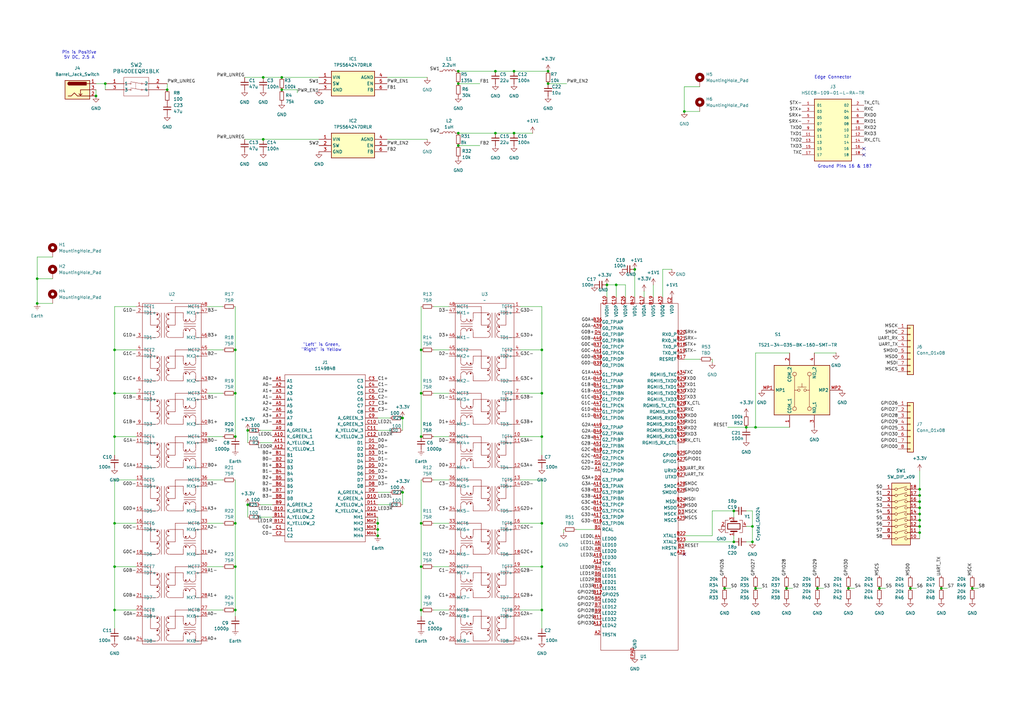
<source format=kicad_sch>
(kicad_sch (version 20231120) (generator "eeschema") (generator_version "8.0")
  (paper "A3")
  (junction (at 187.96 29.21))
  (junction (at 96.52 214.63))
  (junction (at 154.94 214.63))
  (junction (at 300.99 209.55))
  (junction (at 224.79 34.29))
  (junction (at 46.99 250.19))
  (junction (at 107.95 57.15))
  (junction (at 222.25 232.41))
  (junction (at 260.35 110.49))
  (junction (at 373.38 241.3))
  (junction (at 222.25 143.51))
  (junction (at 377.19 205.74))
  (junction (at 280.67 45.72))
  (junction (at 101.6 176.53))
  (junction (at 187.96 34.29))
  (junction (at 224.79 29.21))
  (junction (at 347.98 241.3))
  (junction (at 46.99 214.63))
  (junction (at 360.68 241.3))
  (junction (at 154.94 217.17))
  (junction (at 115.57 36.83))
  (junction (at 46.99 179.07))
  (junction (at 172.72 179.07))
  (junction (at 15.24 124.46))
  (junction (at 187.96 59.69))
  (junction (at 172.72 250.19))
  (junction (at 15.24 114.3))
  (junction (at 386.08 241.3))
  (junction (at 377.19 200.66))
  (junction (at 203.2 54.61))
  (junction (at 165.1 201.93))
  (junction (at 203.2 29.21))
  (junction (at 300.99 222.25))
  (junction (at 210.82 54.61))
  (junction (at 46.99 143.51))
  (junction (at 377.19 210.82))
  (junction (at 172.72 143.51))
  (junction (at 96.52 143.51))
  (junction (at 398.78 241.3))
  (junction (at 222.25 250.19))
  (junction (at 377.19 215.9))
  (junction (at 46.99 161.29))
  (junction (at 377.19 213.36))
  (junction (at 172.72 214.63))
  (junction (at 222.25 214.63))
  (junction (at 308.61 222.25))
  (junction (at 165.1 171.45))
  (junction (at 107.95 31.75))
  (junction (at 306.07 175.26))
  (junction (at 377.19 203.2))
  (junction (at 46.99 232.41))
  (junction (at 222.25 161.29))
  (junction (at 210.82 29.21))
  (junction (at 96.52 232.41))
  (junction (at 309.88 175.26))
  (junction (at 154.94 219.71))
  (junction (at 377.19 218.44))
  (junction (at 309.88 241.3))
  (junction (at 172.72 161.29))
  (junction (at 172.72 232.41))
  (junction (at 308.61 215.9))
  (junction (at 222.25 179.07))
  (junction (at 101.6 207.01))
  (junction (at 297.18 241.3))
  (junction (at 96.52 161.29))
  (junction (at 335.28 241.3))
  (junction (at 115.57 31.75))
  (junction (at 43.18 34.29))
  (junction (at 252.73 116.84))
  (junction (at 322.58 241.3))
  (junction (at 39.37 39.37))
  (junction (at 377.19 208.28))
  (junction (at 248.92 116.84))
  (junction (at 96.52 179.07))
  (junction (at 96.52 250.19))
  (junction (at 187.96 54.61))
  (junction (at 68.58 36.83))
  (no_connect (at 354.33 60.96))
  (no_connect (at 280.67 227.33))
  (no_connect (at 354.33 63.5))
  (wire (pts (xy 377.19 193.04) (xy 377.19 200.66)))
  (wire (pts (xy 172.72 214.63) (xy 172.72 232.41)))
  (wire (pts (xy 91.44 161.29) (xy 85.09 161.29)))
  (wire (pts (xy 115.57 31.75) (xy 130.81 31.75)))
  (wire (pts (xy 15.24 124.46) (xy 21.59 124.46)))
  (wire (pts (xy 154.94 207.01) (xy 160.02 207.01)))
  (wire (pts (xy 256.54 116.84) (xy 252.73 116.84)))
  (wire (pts (xy 309.88 241.3) (xy 312.42 241.3)))
  (wire (pts (xy 96.52 143.51) (xy 96.52 161.29)))
  (wire (pts (xy 210.82 54.61) (xy 218.44 54.61)))
  (wire (pts (xy 213.36 232.41) (xy 222.25 232.41)))
  (wire (pts (xy 210.82 29.21) (xy 224.79 29.21)))
  (wire (pts (xy 91.44 196.85) (xy 85.09 196.85)))
  (wire (pts (xy 236.22 217.17) (xy 243.84 217.17)))
  (wire (pts (xy 280.67 147.32) (xy 287.02 147.32)))
  (wire (pts (xy 154.94 217.17) (xy 154.94 219.71)))
  (wire (pts (xy 377.19 203.2) (xy 377.19 205.74)))
  (wire (pts (xy 154.94 176.53) (xy 160.02 176.53)))
  (wire (pts (xy 96.52 125.73) (xy 96.52 143.51)))
  (wire (pts (xy 224.79 34.29) (xy 232.41 34.29)))
  (wire (pts (xy 177.8 125.73) (xy 184.15 125.73)))
  (wire (pts (xy 280.67 35.56) (xy 287.02 35.56)))
  (wire (pts (xy 115.57 36.83) (xy 121.92 36.83)))
  (wire (pts (xy 260.35 110.49) (xy 260.35 121.92)))
  (wire (pts (xy 306.07 209.55) (xy 308.61 209.55)))
  (wire (pts (xy 248.92 116.84) (xy 248.92 121.92)))
  (wire (pts (xy 55.88 143.51) (xy 46.99 143.51)))
  (wire (pts (xy 213.36 214.63) (xy 222.25 214.63)))
  (wire (pts (xy 106.68 176.53) (xy 111.76 176.53)))
  (wire (pts (xy 222.25 179.07) (xy 213.36 179.07)))
  (wire (pts (xy 398.78 241.3) (xy 401.32 241.3)))
  (wire (pts (xy 309.88 144.78) (xy 323.85 144.78)))
  (wire (pts (xy 222.25 250.19) (xy 213.36 250.19)))
  (wire (pts (xy 96.52 196.85) (xy 96.52 214.63)))
  (wire (pts (xy 377.19 213.36) (xy 377.19 215.9)))
  (wire (pts (xy 360.68 241.3) (xy 363.22 241.3)))
  (wire (pts (xy 377.19 210.82) (xy 377.19 213.36)))
  (wire (pts (xy 106.68 207.01) (xy 111.76 207.01)))
  (wire (pts (xy 335.28 241.3) (xy 337.82 241.3)))
  (wire (pts (xy 267.97 116.84) (xy 267.97 121.92)))
  (wire (pts (xy 101.6 207.01) (xy 101.6 212.09)))
  (wire (pts (xy 46.99 161.29) (xy 46.99 143.51)))
  (wire (pts (xy 46.99 257.81) (xy 46.99 250.19)))
  (wire (pts (xy 21.59 105.41) (xy 15.24 105.41)))
  (wire (pts (xy 222.25 143.51) (xy 222.25 125.73)))
  (wire (pts (xy 15.24 105.41) (xy 15.24 114.3)))
  (wire (pts (xy 96.52 214.63) (xy 96.52 232.41)))
  (wire (pts (xy 91.44 232.41) (xy 85.09 232.41)))
  (wire (pts (xy 154.94 201.93) (xy 160.02 201.93)))
  (wire (pts (xy 280.67 45.72) (xy 287.02 45.72)))
  (wire (pts (xy 91.44 250.19) (xy 85.09 250.19)))
  (wire (pts (xy 91.44 214.63) (xy 85.09 214.63)))
  (wire (pts (xy 121.92 36.83) (xy 121.92 38.1)))
  (wire (pts (xy 264.16 119.38) (xy 264.16 121.92)))
  (wire (pts (xy 213.36 161.29) (xy 222.25 161.29)))
  (wire (pts (xy 177.8 161.29) (xy 184.15 161.29)))
  (wire (pts (xy 46.99 186.69) (xy 46.99 179.07)))
  (wire (pts (xy 377.19 200.66) (xy 377.19 203.2)))
  (wire (pts (xy 154.94 212.09) (xy 154.94 214.63)))
  (wire (pts (xy 158.75 57.15) (xy 175.26 57.15)))
  (wire (pts (xy 187.96 29.21) (xy 203.2 29.21)))
  (wire (pts (xy 187.96 59.69) (xy 196.85 59.69)))
  (wire (pts (xy 96.52 161.29) (xy 96.52 179.07)))
  (wire (pts (xy 15.24 114.3) (xy 15.24 124.46)))
  (wire (pts (xy 177.8 214.63) (xy 184.15 214.63)))
  (wire (pts (xy 222.25 232.41) (xy 222.25 214.63)))
  (wire (pts (xy 203.2 54.61) (xy 210.82 54.61)))
  (wire (pts (xy 306.07 175.26) (xy 309.88 175.26)))
  (wire (pts (xy 280.67 45.72) (xy 280.67 35.56)))
  (wire (pts (xy 222.25 250.19) (xy 222.25 232.41)))
  (wire (pts (xy 172.72 196.85) (xy 172.72 214.63)))
  (wire (pts (xy 256.54 121.92) (xy 256.54 116.84)))
  (wire (pts (xy 334.01 144.78) (xy 342.9 144.78)))
  (wire (pts (xy 101.6 176.53) (xy 101.6 181.61)))
  (wire (pts (xy 177.8 250.19) (xy 184.15 250.19)))
  (wire (pts (xy 386.08 241.3) (xy 388.62 241.3)))
  (wire (pts (xy 39.37 36.83) (xy 39.37 39.37)))
  (wire (pts (xy 107.95 57.15) (xy 130.81 57.15)))
  (wire (pts (xy 46.99 143.51) (xy 46.99 125.73)))
  (wire (pts (xy 222.25 214.63) (xy 222.25 196.85)))
  (wire (pts (xy 322.58 241.3) (xy 325.12 241.3)))
  (wire (pts (xy 292.1 219.71) (xy 292.1 209.55)))
  (wire (pts (xy 203.2 29.21) (xy 210.82 29.21)))
  (wire (pts (xy 187.96 34.29) (xy 196.85 34.29)))
  (wire (pts (xy 298.45 175.26) (xy 306.07 175.26)))
  (wire (pts (xy 222.25 161.29) (xy 222.25 143.51)))
  (wire (pts (xy 100.33 57.15) (xy 107.95 57.15)))
  (wire (pts (xy 252.73 116.84) (xy 252.73 121.92)))
  (wire (pts (xy 154.94 171.45) (xy 160.02 171.45)))
  (wire (pts (xy 297.18 241.3) (xy 299.72 241.3)))
  (wire (pts (xy 106.68 181.61) (xy 111.76 181.61)))
  (wire (pts (xy 377.19 208.28) (xy 377.19 210.82)))
  (wire (pts (xy 347.98 241.3) (xy 350.52 241.3)))
  (wire (pts (xy 280.67 219.71) (xy 292.1 219.71)))
  (wire (pts (xy 46.99 250.19) (xy 46.99 232.41)))
  (wire (pts (xy 292.1 209.55) (xy 300.99 209.55)))
  (wire (pts (xy 280.67 222.25) (xy 300.99 222.25)))
  (wire (pts (xy 154.94 214.63) (xy 154.94 217.17)))
  (wire (pts (xy 46.99 250.19) (xy 55.88 250.19)))
  (wire (pts (xy 55.88 196.85) (xy 46.99 196.85)))
  (wire (pts (xy 55.88 232.41) (xy 46.99 232.41)))
  (wire (pts (xy 46.99 214.63) (xy 46.99 196.85)))
  (wire (pts (xy 309.88 175.26) (xy 309.88 144.78)))
  (wire (pts (xy 91.44 125.73) (xy 85.09 125.73)))
  (wire (pts (xy 309.88 175.26) (xy 323.85 175.26)))
  (wire (pts (xy 187.96 54.61) (xy 203.2 54.61)))
  (wire (pts (xy 96.52 232.41) (xy 96.52 250.19)))
  (wire (pts (xy 308.61 215.9) (xy 308.61 222.25)))
  (wire (pts (xy 43.18 34.29) (xy 43.18 36.83)))
  (wire (pts (xy 373.38 241.3) (xy 375.92 241.3)))
  (wire (pts (xy 165.1 171.45) (xy 165.1 176.53)))
  (wire (pts (xy 222.25 179.07) (xy 222.25 161.29)))
  (wire (pts (xy 172.72 250.19) (xy 172.72 252.73)))
  (wire (pts (xy 55.88 214.63) (xy 46.99 214.63)))
  (wire (pts (xy 46.99 179.07) (xy 55.88 179.07)))
  (wire (pts (xy 271.78 121.92) (xy 271.78 110.49)))
  (wire (pts (xy 177.8 196.85) (xy 184.15 196.85)))
  (wire (pts (xy 21.59 114.3) (xy 15.24 114.3)))
  (wire (pts (xy 231.14 217.17) (xy 231.14 218.44)))
  (wire (pts (xy 39.37 34.29) (xy 43.18 34.29)))
  (wire (pts (xy 300.99 212.09) (xy 300.99 209.55)))
  (wire (pts (xy 213.36 196.85) (xy 222.25 196.85)))
  (wire (pts (xy 91.44 179.07) (xy 85.09 179.07)))
  (wire (pts (xy 306.07 222.25) (xy 308.61 222.25)))
  (wire (pts (xy 172.72 161.29) (xy 172.72 179.07)))
  (wire (pts (xy 292.1 147.32) (xy 292.1 148.59)))
  (wire (pts (xy 91.44 143.51) (xy 85.09 143.51)))
  (wire (pts (xy 165.1 201.93) (xy 165.1 207.01)))
  (wire (pts (xy 46.99 179.07) (xy 46.99 161.29)))
  (wire (pts (xy 248.92 116.84) (xy 252.73 116.84)))
  (wire (pts (xy 96.52 250.19) (xy 96.52 252.73)))
  (wire (pts (xy 213.36 125.73) (xy 222.25 125.73)))
  (wire (pts (xy 172.72 143.51) (xy 172.72 161.29)))
  (wire (pts (xy 177.8 143.51) (xy 184.15 143.51)))
  (wire (pts (xy 377.19 205.74) (xy 377.19 208.28)))
  (wire (pts (xy 106.68 212.09) (xy 111.76 212.09)))
  (wire (pts (xy 377.19 218.44) (xy 377.19 220.98)))
  (wire (pts (xy 107.95 31.75) (xy 115.57 31.75)))
  (wire (pts (xy 177.8 179.07) (xy 184.15 179.07)))
  (wire (pts (xy 300.99 222.25) (xy 300.99 219.71)))
  (wire (pts (xy 46.99 232.41) (xy 46.99 214.63)))
  (wire (pts (xy 306.07 215.9) (xy 308.61 215.9)))
  (wire (pts (xy 68.58 34.29) (xy 68.58 36.83)))
  (wire (pts (xy 308.61 209.55) (xy 308.61 215.9)))
  (wire (pts (xy 55.88 125.73) (xy 46.99 125.73)))
  (wire (pts (xy 271.78 110.49) (xy 275.59 110.49)))
  (wire (pts (xy 377.19 215.9) (xy 377.19 218.44)))
  (wire (pts (xy 55.88 161.29) (xy 46.99 161.29)))
  (wire (pts (xy 100.33 31.75) (xy 107.95 31.75)))
  (wire (pts (xy 172.72 232.41) (xy 172.72 250.19)))
  (wire (pts (xy 177.8 232.41) (xy 184.15 232.41)))
  (wire (pts (xy 213.36 143.51) (xy 222.25 143.51)))
  (wire (pts (xy 222.25 186.69) (xy 222.25 179.07)))
  (wire (pts (xy 222.25 257.81) (xy 222.25 250.19)))
  (wire (pts (xy 158.75 31.75) (xy 175.26 31.75)))
  (wire (pts (xy 172.72 125.73) (xy 172.72 143.51)))
  (text "Ground Pins 16 & 18?" (at 346.456 68.326 0) (effects (font (size 1.27 1.27))))
  (text "Edge Connector" (at 341.63 31.75 0) (effects (font (size 1.27 1.27))))
  (text "Pin is Positive\n5V DC, 2.5 A" (at 32.512 22.606 0) (effects (font (size 1.27 1.27))))
  (text "\"Left\" is Green,\n\"Right\" is Yellow" (at 131.826 142.494 0) (effects (font (size 1.27 1.27))))
  (label "RESET" (at 298.45 175.26 180))
  (label "GPIO30" (at 347.98 236.22 90))
  (label "D2+" (at 184.15 156.21 180))
  (label "PWR_EN1" (at 158.75 34.29 0))
  (label "G0C-" (at 243.84 144.78 180))
  (label "A2-" (at 85.09 217.17 0))
  (label "A1+" (at 111.76 161.29 180))
  (label "G3B+" (at 213.36 173.99 0))
  (label "G2D-" (at 213.36 199.39 0))
  (label "C1+" (at 184.15 245.11 180))
  (label "B2-" (at 111.76 199.39 180))
  (label "G3B-" (at 213.36 163.83 0))
  (label "S7" (at 388.62 241.3 0))
  (label "G3D+" (at 213.36 138.43 0))
  (label "TXC" (at 280.67 153.67 0))
  (label "GPIO28" (at 243.84 251.46 180))
  (label "A3-" (at 111.76 173.99 180))
  (label "C2+" (at 184.15 227.33 180))
  (label "S2" (at 325.12 241.3 0))
  (label "G1C-" (at 55.88 146.05 180))
  (label "S8" (at 401.32 241.3 0))
  (label "G1B+" (at 243.84 158.75 180))
  (label "TXD3" (at 328.93 60.96 180))
  (label "S5" (at 361.95 213.36 180))
  (label "TXD2" (at 280.67 161.29 0))
  (label "C1-" (at 154.94 158.75 0))
  (label "G1A+" (at 243.84 153.67 180))
  (label "GPIO25" (at 368.3 176.53 180))
  (label "A2-" (at 111.76 168.91 180))
  (label "G3C+" (at 213.36 156.21 0))
  (label "TXD3" (at 280.67 163.83 0))
  (label "A1-" (at 111.76 163.83 180))
  (label "G1D-" (at 55.88 128.27 180))
  (label "MSCK" (at 280.67 210.82 0))
  (label "UART_TX" (at 386.08 236.22 90))
  (label "A3+" (at 111.76 171.45 180))
  (label "C2+" (at 154.94 161.29 0))
  (label "D3+" (at 154.94 196.85 0))
  (label "A3+" (at 85.09 209.55 0))
  (label "G0D-" (at 55.88 199.39 180))
  (label "FB1" (at 158.75 36.83 0))
  (label "C3-" (at 184.15 199.39 180))
  (label "G2D-" (at 243.84 193.04 180))
  (label "SRX+" (at 280.67 137.16 0))
  (label "G2A+" (at 213.36 262.89 0))
  (label "PWR_EN2" (at 232.41 34.29 0))
  (label "S1" (at 312.42 241.3 0))
  (label "C0-" (at 184.15 252.73 180))
  (label "B3-" (at 85.09 128.27 0))
  (label "FB1" (at 196.85 34.29 0))
  (label "C0+" (at 111.76 217.17 180))
  (label "G2B+" (at 243.84 180.34 180))
  (label "B2+" (at 111.76 196.85 180))
  (label "GPIO26" (at 243.84 246.38 180))
  (label "MSD0" (at 280.67 208.28 0))
  (label "D1+" (at 154.94 186.69 0))
  (label "UART_TX" (at 368.3 142.24 180))
  (label "G0C+" (at 55.88 227.33 180))
  (label "D2-" (at 184.15 146.05 180))
  (label "A0-" (at 111.76 158.75 180))
  (label "LED1R" (at 111.76 214.63 180))
  (label "UART_RX" (at 280.67 193.04 0))
  (label "TXD0" (at 328.93 53.34 180))
  (label "C0+" (at 184.15 262.89 180))
  (label "G1B-" (at 55.88 163.83 180))
  (label "LED0R" (at 111.76 184.15 180))
  (label "G1C-" (at 243.84 166.37 180))
  (label "G1D+" (at 55.88 138.43 180))
  (label "C2-" (at 154.94 163.83 0))
  (label "G2B-" (at 243.84 182.88 180))
  (label "A3-" (at 85.09 199.39 0))
  (label "S2" (at 361.95 205.74 180))
  (label "TXD0" (at 280.67 156.21 0))
  (label "D1-" (at 154.94 189.23 0))
  (label "B1-" (at 85.09 163.83 0))
  (label "SRX+" (at 328.93 48.26 180))
  (label "G0D-" (at 243.84 149.86 180))
  (label "B3-" (at 111.76 204.47 180))
  (label "G3A+" (at 243.84 196.85 180))
  (label "G0A-" (at 243.84 134.62 180))
  (label "STX+" (at 280.67 142.24 0))
  (label "TXD1" (at 280.67 158.75 0))
  (label "D0-" (at 184.15 181.61 180))
  (label "B1+" (at 85.09 173.99 0))
  (label "MSD0" (at 373.38 236.22 90))
  (label "G3A+" (at 213.36 191.77 0))
  (label "STX-" (at 328.93 43.18 180))
  (label "A1-" (at 85.09 234.95 0))
  (label "S3" (at 337.82 241.3 0))
  (label "D3-" (at 184.15 128.27 180))
  (label "S0" (at 361.95 200.66 180))
  (label "RXD0" (at 354.33 48.26 0))
  (label "D2+" (at 154.94 191.77 0))
  (label "LED0L" (at 243.84 220.98 180))
  (label "STX+" (at 328.93 45.72 180))
  (label "G0B+" (at 55.88 245.11 180))
  (label "G2A-" (at 243.84 177.8 180))
  (label "GPIO26" (at 368.3 166.37 180))
  (label "C0-" (at 111.76 219.71 180))
  (label "RESET" (at 280.67 224.79 0))
  (label "A0+" (at 85.09 262.89 0))
  (label "FB2" (at 196.85 59.69 0))
  (label "G1C+" (at 55.88 156.21 180))
  (label "B2+" (at 85.09 156.21 0))
  (label "G0C+" (at 243.84 142.24 180))
  (label "C2-" (at 184.15 217.17 180))
  (label "PWR_UNREG" (at 68.58 34.29 0))
  (label "A0-" (at 85.09 252.73 0))
  (label "LED0R" (at 243.84 233.68 180))
  (label "SMDIO" (at 280.67 201.93 0))
  (label "PWR_UNREG" (at 100.33 57.15 180))
  (label "TXD2" (at 328.93 58.42 180))
  (label "LED2L" (at 243.84 226.06 180))
  (label "G0D+" (at 243.84 147.32 180))
  (label "UART_TX" (at 280.67 195.58 0))
  (label "RXD1" (at 280.67 173.99 0))
  (label "LED1R" (at 243.84 236.22 180))
  (label "D3+" (at 184.15 138.43 180))
  (label "G3C-" (at 213.36 146.05 0))
  (label "GPIO27" (at 243.84 248.92 180))
  (label "SW2" (at 130.81 59.69 180))
  (label "LED2R" (at 243.84 238.76 180))
  (label "GPIO29" (at 368.3 173.99 180))
  (label "C3-" (at 154.94 168.91 0))
  (label "G2C-" (at 213.36 217.17 0))
  (label "A2+" (at 85.09 227.33 0))
  (label "S0" (at 299.72 241.3 0))
  (label "LED2L" (at 154.94 173.99 0))
  (label "RXD0" (at 280.67 171.45 0))
  (label "G0A-" (at 55.88 252.73 180))
  (label "RXD2" (at 354.33 53.34 0))
  (label "C1-" (at 184.15 234.95 180))
  (label "G3B+" (at 243.84 201.93 180))
  (label "S6" (at 375.92 241.3 0))
  (label "S6" (at 361.95 215.9 180))
  (label "RXD2" (at 280.67 176.53 0))
  (label "TX_CTL" (at 354.33 43.18 0))
  (label "MSD0" (at 368.3 147.32 180))
  (label "SW1" (at 180.34 29.21 180))
  (label "B0-" (at 85.09 181.61 0))
  (label "G2C-" (at 243.84 187.96 180))
  (label "PWR_UNREG" (at 100.33 31.75 180))
  (label "B3+" (at 111.76 201.93 180))
  (label "FB2" (at 158.75 62.23 0))
  (label "D0-" (at 154.94 184.15 0))
  (label "LED3L" (at 243.84 228.6 180))
  (label "SMDIO" (at 368.3 144.78 180))
  (label "MSCK" (at 368.3 134.62 180))
  (label "MSCS" (at 360.68 236.22 90))
  (label "RXD1" (at 354.33 50.8 0))
  (label "G2C+" (at 213.36 227.33 0))
  (label "G1A-" (at 55.88 181.61 180))
  (label "G3A-" (at 243.84 199.39 180))
  (label "G3B-" (at 243.84 204.47 180))
  (label "G1A-" (at 243.84 156.21 180))
  (label "G2B-" (at 213.36 234.95 0))
  (label "B2-" (at 85.09 146.05 0))
  (label "GPIO25" (at 243.84 243.84 180))
  (label "G1B+" (at 55.88 173.99 180))
  (label "PWR_EN2" (at 158.75 59.69 0))
  (label "G0D+" (at 55.88 209.55 180))
  (label "G0B+" (at 243.84 137.16 180))
  (label "SW2" (at 180.34 54.61 180))
  (label "UART_RX" (at 368.3 139.7 180))
  (label "STX-" (at 280.67 144.78 0))
  (label "LED1L" (at 111.76 209.55 180))
  (label "B3+" (at 85.09 138.43 0))
  (label "D0+" (at 154.94 181.61 0))
  (label "LED2R" (at 154.94 179.07 0))
  (label "B1-" (at 111.76 194.31 180))
  (label "GPIO00" (at 280.67 186.69 0))
  (label "MSDI" (at 280.67 205.74 0))
  (label "G1C+" (at 243.84 163.83 180))
  (label "A1+" (at 85.09 245.11 0))
  (label "LED1L" (at 243.84 223.52 180))
  (label "GPIO26" (at 297.18 236.22 90))
  (label "MSDI" (at 368.3 149.86 180))
  (label "G3D+" (at 243.84 212.09 180))
  (label "MSCK" (at 398.78 236.22 90))
  (label "C3+" (at 184.15 209.55 180))
  (label "GPIO28" (at 368.3 171.45 180))
  (label "C3+" (at 154.94 166.37 0))
  (label "G0A+" (at 55.88 262.89 180))
  (label "G3D-" (at 213.36 128.27 0))
  (label "S8" (at 361.95 220.98 180))
  (label "GPIO27" (at 309.88 236.22 90))
  (label "G1A+" (at 55.88 191.77 180))
  (label "G0A+" (at 243.84 132.08 180))
  (label "SRX-" (at 328.93 50.8 180))
  (label "SRX-" (at 280.67 139.7 0))
  (label "G2A-" (at 213.36 252.73 0))
  (label "S1" (at 361.95 203.2 180))
  (label "MSCS" (at 280.67 213.36 0))
  (label "GPIO27" (at 368.3 168.91 180))
  (label "D3-" (at 154.94 199.39 0))
  (label "G3C-" (at 243.84 209.55 180))
  (label "B1+" (at 111.76 191.77 180))
  (label "S5" (at 363.22 241.3 0))
  (label "LED3L" (at 154.94 204.47 0))
  (label "G3C+" (at 243.84 207.01 180))
  (label "S4" (at 350.52 241.3 0))
  (label "LED0L" (at 111.76 179.07 180))
  (label "B0+" (at 85.09 191.77 0))
  (label "G1B-" (at 243.84 161.29 180))
  (label "RX_CTL" (at 280.67 181.61 0))
  (label "G0C-" (at 55.88 217.17 180))
  (label "PWR_EN1" (at 121.92 38.1 0))
  (label "RXD3" (at 354.33 55.88 0))
  (label "GPIO30" (at 243.84 256.54 180))
  (label "A0+" (at 111.76 156.21 180))
  (label "G2D+" (at 213.36 209.55 0))
  (label "D0+" (at 184.15 191.77 180))
  (label "SMDC" (at 280.67 199.39 0))
  (label "G2C+" (at 243.84 185.42 180))
  (label "RXC" (at 280.67 168.91 0))
  (label "G1D-" (at 243.84 171.45 180))
  (label "S4" (at 361.95 210.82 180))
  (label "G2B+" (at 213.36 245.11 0))
  (label "A2+" (at 111.76 166.37 180))
  (label "RXD3" (at 280.67 179.07 0))
  (label "GPIO29" (at 243.84 254 180))
  (label "TX_CTL" (at 280.67 166.37 0))
  (label "S7" (at 361.95 218.44 180))
  (label "G1D+" (at 243.84 168.91 180))
  (label "SW1" (at 130.81 34.29 180))
  (label "LED3R" (at 243.84 241.3 180))
  (label "GPIO01" (at 280.67 189.23 0))
  (label "GPIO01" (at 368.3 181.61 180))
  (label "G0B-" (at 243.84 139.7 180))
  (label "GPIO30" (at 368.3 179.07 180))
  (label "RXC" (at 354.33 45.72 0))
  (label "TXC" (at 328.93 63.5 180))
  (label "G0B-" (at 55.88 234.95 180))
  (label "GPIO29" (at 335.28 236.22 90))
  (label "GPIO28" (at 322.58 236.22 90))
  (label "MSCS" (at 368.3 152.4 180))
  (label "LED3R" (at 154.94 209.55 0))
  (label "D1+" (at 184.15 173.99 180))
  (label "G3D-" (at 243.84 214.63 180))
  (label "GPIO00" (at 368.3 184.15 180))
  (label "TXD1" (at 328.93 55.88 180))
  (label "RX_CTL" (at 354.33 58.42 0))
  (label "G2A+" (at 243.84 175.26 180))
  (label "D2-" (at 154.94 194.31 0))
  (label "G3A-" (at 213.36 181.61 0))
  (label "S3" (at 361.95 208.28 180))
  (label "SMDC" (at 368.3 137.16 180))
  (label "B0-" (at 111.76 189.23 180))
  (label "B0+" (at 111.76 186.69 180))
  (label "C1+" (at 154.94 156.21 0))
  (label "G2D+" (at 243.84 190.5 180))
  (label "D1-" (at 184.15 163.83 180))
  (symbol (lib_id "power:GND") (at 347.98 246.38 0) (unit 1)
    (property "Reference" "#PWR047" (effects (hide yes)))
    (property "Value" "GND" (at 347.98 251.46 0))
    (property "Description" "Power symbol creates a global label with name \"GND\" , ground" (effects (hide yes)))
  )
  (symbol (lib_id "Device:C_Small") (at 107.95 59.69 180) (unit 1)
    (property "Reference" "C14" (at 109.474 58.42 0) (effects (justify right)))
    (property "Value" "100n" (at 109.474 60.96 0) (effects (justify right)))
    (property "Footprint" "Capacitor_SMD:C_0805_2012Metric_Pad1.18x1.45mm_HandSolder" (effects (hide yes)))
    (property "Description" "Unpolarized capacitor, small symbol" (effects (hide yes)))
  )
  (symbol (lib_id "Device:C_Small") (at 222.25 260.35 0) (unit 1)
    (property "Reference" "C2" (at 223.266 258.572 0) (effects (justify left)))
    (property "Value" "100n" (at 223.774 262.636 0) (effects (justify left)))
    (property "Footprint" "Capacitor_SMD:C_0805_2012Metric_Pad1.18x1.45mm_HandSolder" (effects (hide yes)))
    (property "Description" "Unpolarized capacitor, small symbol" (effects (hide yes)))
  )
  (symbol (lib_id "power:GND") (at 312.42 160.02 0) (unit 1)
    (property "Reference" "#PWR060" (effects (hide yes)))
    (property "Value" "GND" (at 312.42 165.1 0))
    (property "Description" "Power symbol creates a global label with name \"GND\" , ground" (effects (hide yes)))
  )
  (symbol (lib_id "power:GND") (at 46.99 262.89 0) (mirror y) (unit 1)
    (property "Reference" "#PWR023" (effects (hide yes)))
    (property "Value" "GND" (at 46.99 267.97 0))
    (property "Description" "Power symbol creates a global label with name \"GND\" , ground" (effects (hide yes)))
  )
  (symbol (lib_id "Device:C_Small") (at 257.81 110.49 90) (unit 1)
    (property "Reference" "C18" (at 254.508 106.68 90))
    (property "Value" "100n" (at 254.254 108.966 90))
    (property "Footprint" "Capacitor_SMD:C_0805_2012Metric_Pad1.18x1.45mm_HandSolder" (effects (hide yes)))
    (property "Description" "Unpolarized capacitor, small symbol" (effects (hide yes)))
  )
  (symbol (lib_id "Device:C_Small") (at 172.72 181.61 0) (unit 1)
    (property "Reference" "C6" (at 175.006 181.61 0) (effects (justify left)))
    (property "Value" "1000p" (at 175.006 184.15 0) (effects (justify left)))
    (property "Footprint" "Capacitor_SMD:C_0805_2012Metric_Pad1.18x1.45mm_HandSolder" (effects (hide yes)))
    (property "Description" "Unpolarized capacitor, small symbol" (effects (hide yes)))
  )
  (symbol (lib_id "power:GND") (at 203.2 59.69 0) (unit 1)
    (property "Reference" "#PWR034" (effects (hide yes)))
    (property "Value" "GND" (at 203.2 64.77 0))
    (property "Description" "Power symbol creates a global label with name \"GND\" , ground" (effects (hide yes)))
  )
  (symbol (lib_id "power:Earth") (at 172.72 257.81 0) (unit 1)
    (property "Reference" "#PWR015" (effects (hide yes)))
    (property "Value" "Earth" (at 172.72 262.89 0))
    (property "Description" "Power symbol creates a global label with name \"Earth\"" (effects (hide yes)))
  )
  (symbol (lib_id "Device:R_Small") (at 93.98 161.29 270) (mirror x) (unit 1)
    (property "Reference" "R19" (at 93.98 156.21 90))
    (property "Value" "75R" (at 93.98 158.75 90))
    (property "Footprint" "Resistor_SMD:R_0805_2012Metric_Pad1.20x1.40mm_HandSolder" (effects (hide yes)))
    (property "Description" "Resistor, small symbol" (effects (hide yes)))
  )
  (symbol (lib_id "Device:C_Small") (at 210.82 57.15 180) (unit 1)
    (property "Reference" "C16" (at 212.344 55.88 0) (effects (justify right)))
    (property "Value" "100n" (at 212.344 58.42 0) (effects (justify right)))
    (property "Footprint" "Capacitor_SMD:C_0805_2012Metric_Pad1.18x1.45mm_HandSolder" (effects (hide yes)))
    (property "Description" "Unpolarized capacitor, small symbol" (effects (hide yes)))
  )
  (symbol (lib_id "Device:R_Small") (at 398.78 243.84 180) (unit 1)
    (property "Reference" "R50" (at 396.24 245.1101 0) (effects (justify left)))
    (property "Value" "20k" (at 396.24 242.5701 0) (effects (justify left)))
    (property "Footprint" "Resistor_SMD:R_0805_2012Metric_Pad1.20x1.40mm_HandSolder" (effects (hide yes)))
    (property "Description" "Resistor, small symbol" (effects (hide yes)))
  )
  (symbol (lib_id "power:GND") (at 231.14 218.44 0) (unit 1)
    (property "Reference" "#PWR063" (effects (hide yes)))
    (property "Value" "GND" (at 231.14 223.52 0))
    (property "Description" "Power symbol creates a global label with name \"GND\" , ground" (effects (hide yes)))
  )
  (symbol (lib_id "power:GND") (at 308.61 222.25 0) (unit 1)
    (property "Reference" "#PWR054" (effects (hide yes)))
    (property "Value" "GND" (at 308.61 227.33 0))
    (property "Description" "Power symbol creates a global label with name \"GND\" , ground" (effects (hide yes)))
  )
  (symbol (lib_id "Device:R_Small") (at 386.08 243.84 180) (unit 1)
    (property "Reference" "R48" (at 383.54 245.1101 0) (effects (justify left)))
    (property "Value" "20k" (at 383.54 242.5701 0) (effects (justify left)))
    (property "Footprint" "Resistor_SMD:R_0805_2012Metric_Pad1.20x1.40mm_HandSolder" (effects (hide yes)))
    (property "Description" "Resistor, small symbol" (effects (hide yes)))
  )
  (symbol (lib_id "Connector:Barrel_Jack_Switch") (at 31.75 36.83 0) (unit 1)
    (property "Reference" "J4" (at 31.75 27.94 0))
    (property "Value" "Barrel_Jack_Switch" (at 31.75 30.48 0))
    (property "Footprint" "Connector_BarrelJack:BarrelJack_Horizontal" (effects (hide yes)))
    (property "Description" "DC Barrel Jack with an internal switch" (effects (hide yes)))
  )
  (symbol (lib_id "Device:R_Small") (at 347.98 238.76 180) (unit 1)
    (property "Reference" "R41" (at 345.44 240.0301 0) (effects (justify left)))
    (property "Value" "20k" (at 345.44 237.4901 0) (effects (justify left)))
    (property "Footprint" "Resistor_SMD:R_0805_2012Metric_Pad1.20x1.40mm_HandSolder" (effects (hide yes)))
    (property "Description" "Resistor, small symbol" (effects (hide yes)))
  )
  (symbol (lib_id "Device:C_Small") (at 246.38 116.84 90) (unit 1)
    (property "Reference" "C17" (at 242.57 114.554 90))
    (property "Value" "100n" (at 241.046 116.84 90))
    (property "Footprint" "Capacitor_SMD:C_0805_2012Metric_Pad1.18x1.45mm_HandSolder" (effects (hide yes)))
    (property "Description" "Unpolarized capacitor, small symbol" (effects (hide yes)))
  )
  (symbol (lib_id "Device:R_Small") (at 187.96 36.83 0) (unit 1)
    (property "Reference" "R6" (at 189.484 36.576 0) (effects (justify left)))
    (property "Value" "30k" (at 189.484 39.116 0) (effects (justify left)))
    (property "Footprint" "Resistor_SMD:R_0805_2012Metric_Pad1.20x1.40mm_HandSolder" (effects (hide yes)))
    (property "Description" "Resistor, small symbol" (effects (hide yes)))
  )
  (symbol (lib_id "Device:R_Small") (at 373.38 243.84 180) (unit 1)
    (property "Reference" "R46" (at 370.84 245.1101 0) (effects (justify left)))
    (property "Value" "20k" (at 370.84 242.5701 0) (effects (justify left)))
    (property "Footprint" "Resistor_SMD:R_0805_2012Metric_Pad1.20x1.40mm_HandSolder" (effects (hide yes)))
    (property "Description" "Resistor, small symbol" (effects (hide yes)))
  )
  (symbol (lib_id "Device:R_Small") (at 162.56 176.53 270) (mirror x) (unit 1)
    (property "Reference" "R30" (at 163.322 176.53 90) (effects (justify right)))
    (property "Value" "100" (at 164.592 174.752 90) (effects (justify right)))
    (property "Footprint" "Resistor_SMD:R_0805_2012Metric_Pad1.20x1.40mm_HandSolder" (effects (hide yes)))
    (property "Description" "Resistor, small symbol" (effects (hide yes)))
  )
  (symbol (lib_id "Connector_Generic:Conn_01x08") (at 373.38 142.24 0) (unit 1)
    (property "Reference" "J6" (at 375.92 142.2399 0) (effects (justify left)))
    (property "Value" "Conn_01x08" (at 375.92 144.7799 0) (effects (justify left)))
    (property "Footprint" "Connector_PinHeader_2.54mm:PinHeader_1x08_P2.54mm_Vertical" (effects (hide yes)))
    (property "Description" "Generic connector, single row, 01x08, script generated (kicad-library-utils/schlib/autogen/connector/)" (effects (hide yes)))
  )
  (symbol (lib_id "power:GND") (at 398.78 246.38 0) (unit 1)
    (property "Reference" "#PWR051" (effects (hide yes)))
    (property "Value" "GND" (at 398.78 251.46 0))
    (property "Description" "Power symbol creates a global label with name \"GND\" , ground" (effects (hide yes)))
  )
  (symbol (lib_id "power:GND") (at 360.68 246.38 0) (unit 1)
    (property "Reference" "#PWR048" (effects (hide yes)))
    (property "Value" "GND" (at 360.68 251.46 0))
    (property "Description" "Power symbol creates a global label with name \"GND\" , ground" (effects (hide yes)))
  )
  (symbol (lib_id "power:+3.3V") (at 264.16 119.38 0) (unit 1)
    (property "Reference" "#PWR039" (effects (hide yes)))
    (property "Value" "+3.3V" (at 264.16 114.3 0))
    (property "Description" "Power symbol creates a global label with name \"+3.3V\"" (effects (hide yes)))
  )
  (symbol (lib_id "Device:R_Small") (at 175.26 196.85 90) (unit 1)
    (property "Reference" "R12" (at 175.26 191.77 90))
    (property "Value" "75R" (at 175.26 194.31 90))
    (property "Footprint" "Resistor_SMD:R_0805_2012Metric_Pad1.20x1.40mm_HandSolder" (effects (hide yes)))
    (property "Description" "Resistor, small symbol" (effects (hide yes)))
  )
  (symbol (lib_id "power:GND") (at 100.33 62.23 0) (unit 1)
    (property "Reference" "#PWR028" (effects (hide yes)))
    (property "Value" "GND" (at 100.33 67.31 0))
    (property "Description" "Power symbol creates a global label with name \"GND\" , ground" (effects (hide yes)))
  )
  (symbol (lib_id "power:+3.3V") (at 224.79 29.21 0) (unit 1)
    (property "Reference" "#PWR017" (effects (hide yes)))
    (property "Value" "+3.3V" (at 224.79 24.13 0))
    (property "Description" "Power symbol creates a global label with name \"+3.3V\"" (effects (hide yes)))
  )
  (symbol (lib_id "Device:R_Small") (at 162.56 201.93 90) (mirror x) (unit 1)
    (property "Reference" "R27" (at 161.036 201.93 90) (effects (justify right)))
    (property "Value" "100" (at 160.02 199.898 90) (effects (justify right)))
    (property "Footprint" "Resistor_SMD:R_0805_2012Metric_Pad1.20x1.40mm_HandSolder" (effects (hide yes)))
    (property "Description" "Resistor, small symbol" (effects (hide yes)))
  )
  (symbol (lib_id "Mechanical:MountingHole_Pad") (at 21.59 121.92 0) (unit 1) (exclude_from_sim yes) (in_bom no)
    (property "Reference" "H4" (at 24.13 119.3799 0) (effects (justify left)))
    (property "Value" "MountingHole_Pad" (at 24.13 121.9199 0) (effects (justify left)))
    (property "Footprint" "MountingHole:MountingHole_3.2mm_M3_Pad" (effects (hide yes)))
    (property "Description" "Mounting Hole with connection" (effects (hide yes)))
  )
  (symbol (lib_id "power:GND") (at 292.1 148.59 0) (mirror y) (unit 1)
    (property "Reference" "#PWR064" (effects (hide yes)))
    (property "Value" "GND" (at 292.1 153.67 0))
    (property "Description" "Power symbol creates a global label with name \"GND\" , ground" (effects (hide yes)))
  )
  (symbol (lib_id "power:GND") (at 175.26 31.75 0) (unit 1)
    (property "Reference" "#PWR06" (effects (hide yes)))
    (property "Value" "GND" (at 175.26 36.83 0))
    (property "Description" "Power symbol creates a global label with name \"GND\" , ground" (effects (hide yes)))
  )
  (symbol (lib_id "Device:R_Small") (at 175.26 143.51 90) (unit 1)
    (property "Reference" "R14" (at 175.26 138.43 90))
    (property "Value" "75R" (at 175.26 140.97 90))
    (property "Footprint" "Resistor_SMD:R_0805_2012Metric_Pad1.20x1.40mm_HandSolder" (effects (hide yes)))
    (property "Description" "Resistor, small symbol" (effects (hide yes)))
  )
  (symbol (lib_id "Device:R_Small") (at 187.96 31.75 0) (unit 1)
    (property "Reference" "R5" (at 188.976 30.48 0) (effects (justify left)))
    (property "Value" "135k" (at 188.976 33.02 0) (effects (justify left)))
    (property "Footprint" "Resistor_SMD:R_0805_2012Metric_Pad1.20x1.40mm_HandSolder" (effects (hide yes)))
    (property "Description" "Resistor, small symbol" (effects (hide yes)))
  )
  (symbol (lib_id "Device:R_Small") (at 297.18 238.76 180) (unit 1)
    (property "Reference" "R34" (at 294.64 240.0301 0) (effects (justify left)))
    (property "Value" "20k" (at 294.64 237.4901 0) (effects (justify left)))
    (property "Footprint" "Resistor_SMD:R_0805_2012Metric_Pad1.20x1.40mm_HandSolder" (effects (hide yes)))
    (property "Description" "Resistor, small symbol" (effects (hide yes)))
  )
  (symbol (lib_id "power:GND") (at 342.9 144.78 0) (unit 1)
    (property "Reference" "#PWR062" (effects (hide yes)))
    (property "Value" "GND" (at 342.9 149.86 0))
    (property "Description" "Power symbol creates a global label with name \"GND\" , ground" (effects (hide yes)))
  )
  (symbol (lib_id "Device:R_Small") (at 93.98 179.07 270) (mirror x) (unit 1)
    (property "Reference" "R20" (at 93.98 173.99 90))
    (property "Value" "75R" (at 93.98 176.53 90))
    (property "Footprint" "Resistor_SMD:R_0805_2012Metric_Pad1.20x1.40mm_HandSolder" (effects (hide yes)))
    (property "Description" "Resistor, small symbol" (effects (hide yes)))
  )
  (symbol (lib_id "Device:R_Small") (at 398.78 238.76 180) (unit 1)
    (property "Reference" "R49" (at 396.24 240.0301 0) (effects (justify left)))
    (property "Value" "20k" (at 396.24 237.4901 0) (effects (justify left)))
    (property "Footprint" "Resistor_SMD:R_0805_2012Metric_Pad1.20x1.40mm_HandSolder" (effects (hide yes)))
    (property "Description" "Resistor, small symbol" (effects (hide yes)))
  )
  (symbol (lib_id "Device:R_Small") (at 104.14 212.09 90) (unit 1)
    (property "Reference" "R26" (at 103.378 212.09 90) (effects (justify right)))
    (property "Value" "100" (at 102.108 210.312 90) (effects (justify right)))
    (property "Footprint" "Resistor_SMD:R_0805_2012Metric_Pad1.20x1.40mm_HandSolder" (effects (hide yes)))
    (property "Description" "Resistor, small symbol" (effects (hide yes)))
  )
  (symbol (lib_id "router:1000BASE-T_LAN_transformer,_2_port") (at 198.12 194.31 0) (mirror y) (unit 1)
    (property "Reference" "U3" (at 198.755 120.65 0))
    (property "Value" "~" (at 198.755 123.19 0))
    (property "Footprint" "router:SMD-48" (effects (hide yes)))
  )
  (symbol (lib_id "Device:C_Small") (at 107.95 34.29 180) (unit 1)
    (property "Reference" "C3" (at 109.474 33.02 0) (effects (justify right)))
    (property "Value" "100n" (at 109.474 35.56 0) (effects (justify right)))
    (property "Footprint" "Capacitor_SMD:C_0805_2012Metric_Pad1.18x1.45mm_HandSolder" (effects (hide yes)))
    (property "Description" "Unpolarized capacitor, small symbol" (effects (hide yes)))
  )
  (symbol (lib_id "Device:R_Small") (at 322.58 243.84 180) (unit 1)
    (property "Reference" "R38" (at 320.04 245.1101 0) (effects (justify left)))
    (property "Value" "20k" (at 320.04 242.5701 0) (effects (justify left)))
    (property "Footprint" "Resistor_SMD:R_0805_2012Metric_Pad1.20x1.40mm_HandSolder" (effects (hide yes)))
    (property "Description" "Resistor, small symbol" (effects (hide yes)))
  )
  (symbol (lib_id "Device:C_Small") (at 68.58 44.45 0) (unit 1)
    (property "Reference" "C23" (at 71.12 43.1862 0) (effects (justify left)))
    (property "Value" "47u" (at 71.12 45.7262 0) (effects (justify left)))
    (property "Footprint" "Capacitor_SMD:C_0805_2012Metric_Pad1.18x1.45mm_HandSolder" (effects (hide yes)))
    (property "Description" "Unpolarized capacitor, small symbol" (effects (hide yes)))
  )
  (symbol (lib_id "TPS564247DRLR:TPS564247DRLR") (at 130.81 57.15 0) (unit 1)
    (property "Reference" "IC2" (at 144.78 49.53 0))
    (property "Value" "TPS564247DRLR" (at 144.78 52.07 0))
    (property "Footprint" "local:SOTFL50P160X60-6N" (effects (hide yes)))
    (property "Datasheet" "https://www.ti.com/lit/ds/symlink/tps564242.pdf" (effects (hide yes)))
    (property "Description" "Switching Voltage Regulators 3-V to 16-V input voltage, 4-A FCCM mode, synchronous buck converter in SOT-563 package" (effects (hide yes)))
    (property "Height" "0.6" (effects (hide yes)))
    (property "Mouser Part Number" "595-TPS564247DRLR" (effects (hide yes)))
    (property "Mouser Price/Stock" "https://www.mouser.co.uk/ProductDetail/Texas-Instruments/TPS564247DRLR?qs=tlsG%2FOw5FFiLH60bcMvlFQ%3D%3D" (effects (hide yes)))
    (property "Manufacturer_Name" "Texas Instruments" (effects (hide yes)))
    (property "Manufacturer_Part_Number" "TPS564247DRLR" (effects (hide yes)))
  )
  (symbol (lib_id "TS21-34-035-BK-160-SMT-TR:TS21-34-035-BK-160-SMT-TR") (at 327.66 175.26 90) (unit 1)
    (property "Reference" "S1" (at 320.3859 137.16 90) (effects (justify left)))
    (property "Value" "TS21-34-035-BK-160-SMT-TR" (at 343.408 141.478 90) (effects (justify left)))
    (property "Footprint" "local:TS2134035BK160SMTTR" (effects (hide yes)))
    (property "Datasheet" "https://www.cuidevices.com/product/resource/ts21.pdf" (effects (hide yes)))
    (property "Description" "3.4 x 3.4 mm, 0.35 mm Actuator Height, 160 gf, Surface Mount, SPST, Black Illuminated, Tactile Switch" (effects (hide yes)))
    (property "Height" "1.7" (effects (hide yes)))
    (property "Mouser Part Number" "179-134035BK160SMTTR" (effects (hide yes)))
    (property "Mouser Price/Stock" "https://www.mouser.co.uk/ProductDetail/CUI-Devices/TS21-34-035-BK-160-SMT-TR?qs=1Kr7Jg1SGW9zzGN58LP5Sg%3D%3D" (effects (hide yes)))
    (property "Manufacturer_Name" "CUI Devices" (effects (hide yes)))
    (property "Manufacturer_Part_Number" "TS21-34-035-BK-160-SMT-TR" (effects (hide yes)))
  )
  (symbol (lib_id "power:+3.3V") (at 101.6 176.53 0) (unit 1)
    (property "Reference" "#PWR03" (effects (hide yes)))
    (property "Value" "+3.3V" (at 101.6 171.958 0))
    (property "Description" "Power symbol creates a global label with name \"+3.3V\"" (effects (hide yes)))
  )
  (symbol (lib_id "Device:R_Small") (at 386.08 238.76 180) (unit 1)
    (property "Reference" "R47" (at 383.54 240.0301 0) (effects (justify left)))
    (property "Value" "20k" (at 383.54 237.4901 0) (effects (justify left)))
    (property "Footprint" "Resistor_SMD:R_0805_2012Metric_Pad1.20x1.40mm_HandSolder" (effects (hide yes)))
    (property "Description" "Resistor, small symbol" (effects (hide yes)))
  )
  (symbol (lib_id "power:GND") (at 345.44 160.02 0) (unit 1)
    (property "Reference" "#PWR059" (effects (hide yes)))
    (property "Value" "GND" (at 345.44 165.1 0))
    (property "Description" "Power symbol creates a global label with name \"GND\" , ground" (effects (hide yes)))
  )
  (symbol (lib_id "power:+1V1") (at 267.97 116.84 0) (unit 1)
    (property "Reference" "#PWR040" (effects (hide yes)))
    (property "Value" "+1V1" (at 267.97 111.76 0))
    (property "Description" "Power symbol creates a global label with name \"+1V1\"" (effects (hide yes)))
  )
  (symbol (lib_id "Device:R_Small") (at 233.68 217.17 90) (unit 1)
    (property "Reference" "R51" (at 233.68 212.09 90))
    (property "Value" "TBD" (at 233.68 214.63 90))
    (property "Footprint" "Resistor_SMD:R_0805_2012Metric_Pad1.20x1.40mm_HandSolder" (effects (hide yes)))
    (property "Description" "Resistor, small symbol" (effects (hide yes)))
  )
  (symbol (lib_id "power:GND") (at 275.59 110.49 0) (unit 1)
    (property "Reference" "#PWR024" (effects (hide yes)))
    (property "Value" "GND" (at 279.146 112.522 0))
    (property "Description" "Power symbol creates a global label with name \"GND\" , ground" (effects (hide yes)))
  )
  (symbol (lib_id "Device:R_Small") (at 175.26 232.41 90) (unit 1)
    (property "Reference" "R10" (at 175.26 227.33 90))
    (property "Value" "75R" (at 175.26 229.87 90))
    (property "Footprint" "Resistor_SMD:R_0805_2012Metric_Pad1.20x1.40mm_HandSolder" (effects (hide yes)))
    (property "Description" "Resistor, small symbol" (effects (hide yes)))
  )
  (symbol (lib_id "power:+3.3V") (at 306.07 170.18 0) (unit 1)
    (property "Reference" "#PWR057" (effects (hide yes)))
    (property "Value" "+3.3V" (at 306.07 165.1 0))
    (property "Description" "Power symbol creates a global label with name \"+3.3V\"" (effects (hide yes)))
  )
  (symbol (lib_id "Device:R_Small") (at 306.07 172.72 180) (unit 1)
    (property "Reference" "R52" (at 304.8 173.482 0) (effects (justify left)))
    (property "Value" "100k" (at 304.8 170.942 0) (effects (justify left)))
    (property "Footprint" "Resistor_SMD:R_0805_2012Metric_Pad1.20x1.40mm_HandSolder" (effects (hide yes)))
    (property "Description" "Resistor, small symbol" (effects (hide yes)))
  )
  (symbol (lib_id "Device:R_Small") (at 347.98 243.84 180) (unit 1)
    (property "Reference" "R42" (at 345.44 245.1101 0) (effects (justify left)))
    (property "Value" "20k" (at 345.44 242.5701 0) (effects (justify left)))
    (property "Footprint" "Resistor_SMD:R_0805_2012Metric_Pad1.20x1.40mm_HandSolder" (effects (hide yes)))
    (property "Description" "Resistor, small symbol" (effects (hide yes)))
  )
  (symbol (lib_id "Device:R_Small") (at 93.98 250.19 270) (mirror x) (unit 1)
    (property "Reference" "R24" (at 93.98 245.11 90))
    (property "Value" "75R" (at 93.98 247.65 90))
    (property "Footprint" "Resistor_SMD:R_0805_2012Metric_Pad1.20x1.40mm_HandSolder" (effects (hide yes)))
    (property "Description" "Resistor, small symbol" (effects (hide yes)))
  )
  (symbol (lib_id "Device:R_Small") (at 175.26 179.07 90) (unit 1)
    (property "Reference" "R16" (at 175.26 173.99 90))
    (property "Value" "75R" (at 175.26 176.53 90))
    (property "Footprint" "Resistor_SMD:R_0805_2012Metric_Pad1.20x1.40mm_HandSolder" (effects (hide yes)))
    (property "Description" "Resistor, small symbol" (effects (hide yes)))
  )
  (symbol (lib_id "Device:R_Small") (at 297.18 243.84 180) (unit 1)
    (property "Reference" "R33" (at 294.64 245.1101 0) (effects (justify left)))
    (property "Value" "20k" (at 294.64 242.5701 0) (effects (justify left)))
    (property "Footprint" "Resistor_SMD:R_0805_2012Metric_Pad1.20x1.40mm_HandSolder" (effects (hide yes)))
    (property "Description" "Resistor, small symbol" (effects (hide yes)))
  )
  (symbol (lib_id "power:GND") (at 130.81 62.23 0) (unit 1)
    (property "Reference" "#PWR031" (effects (hide yes)))
    (property "Value" "GND" (at 130.81 67.31 0))
    (property "Description" "Power symbol creates a global label with name \"GND\" , ground" (effects (hide yes)))
  )
  (symbol (lib_id "power:GND") (at 210.82 59.69 0) (unit 1)
    (property "Reference" "#PWR035" (effects (hide yes)))
    (property "Value" "GND" (at 210.82 64.77 0))
    (property "Description" "Power symbol creates a global label with name \"GND\" , ground" (effects (hide yes)))
  )
  (symbol (lib_id "power:Earth") (at 154.94 219.71 0) (unit 1)
    (property "Reference" "#PWR014" (effects (hide yes)))
    (property "Value" "Earth" (at 154.94 224.79 0))
    (property "Description" "Power symbol creates a global label with name \"Earth\"" (effects (hide yes)))
  )
  (symbol (lib_id "power:GND") (at 187.96 64.77 0) (unit 1)
    (property "Reference" "#PWR033" (effects (hide yes)))
    (property "Value" "GND" (at 187.96 69.85 0))
    (property "Description" "Power symbol creates a global label with name \"GND\" , ground" (effects (hide yes)))
  )
  (symbol (lib_id "Device:R_Small") (at 175.26 161.29 90) (unit 1)
    (property "Reference" "R15" (at 175.26 156.21 90))
    (property "Value" "75R" (at 175.26 158.75 90))
    (property "Footprint" "Resistor_SMD:R_0805_2012Metric_Pad1.20x1.40mm_HandSolder" (effects (hide yes)))
    (property "Description" "Resistor, small symbol" (effects (hide yes)))
  )
  (symbol (lib_id "power:+3.3V") (at 165.1 201.93 0) (mirror y) (unit 1)
    (property "Reference" "#PWR026" (effects (hide yes)))
    (property "Value" "+3.3V" (at 165.1 197.358 0))
    (property "Description" "Power symbol creates a global label with name \"+3.3V\"" (effects (hide yes)))
  )
  (symbol (lib_id "Device:R_Small") (at 335.28 243.84 180) (unit 1)
    (property "Reference" "R40" (at 332.74 245.1101 0) (effects (justify left)))
    (property "Value" "20k" (at 332.74 242.5701 0) (effects (justify left)))
    (property "Footprint" "Resistor_SMD:R_0805_2012Metric_Pad1.20x1.40mm_HandSolder" (effects (hide yes)))
    (property "Description" "Resistor, small symbol" (effects (hide yes)))
  )
  (symbol (lib_id "Device:R_Small") (at 93.98 196.85 270) (mirror x) (unit 1)
    (property "Reference" "R21" (at 93.98 191.77 90))
    (property "Value" "75R" (at 93.98 194.31 90))
    (property "Footprint" "Resistor_SMD:R_0805_2012Metric_Pad1.20x1.40mm_HandSolder" (effects (hide yes)))
    (property "Description" "Resistor, small symbol" (effects (hide yes)))
  )
  (symbol (lib_id "Device:R_Small") (at 309.88 243.84 180) (unit 1)
    (property "Reference" "R36" (at 307.34 245.1101 0) (effects (justify left)))
    (property "Value" "20k" (at 307.34 242.5701 0) (effects (justify left)))
    (property "Footprint" "Resistor_SMD:R_0805_2012Metric_Pad1.20x1.40mm_HandSolder" (effects (hide yes)))
    (property "Description" "Resistor, small symbol" (effects (hide yes)))
  )
  (symbol (lib_id "power:GND") (at 175.26 57.15 0) (unit 1)
    (property "Reference" "#PWR032" (effects (hide yes)))
    (property "Value" "GND" (at 175.26 62.23 0))
    (property "Description" "Power symbol creates a global label with name \"GND\" , ground" (effects (hide yes)))
  )
  (symbol (lib_id "Device:R_Small") (at 104.14 181.61 90) (unit 1)
    (property "Reference" "R2" (at 103.378 181.61 90) (effects (justify right)))
    (property "Value" "100" (at 102.108 179.832 90) (effects (justify right)))
    (property "Footprint" "Resistor_SMD:R_0805_2012Metric_Pad1.20x1.40mm_HandSolder" (effects (hide yes)))
    (property "Description" "Resistor, small symbol" (effects (hide yes)))
  )
  (symbol (lib_id "power:GND") (at 309.88 246.38 0) (unit 1)
    (property "Reference" "#PWR044" (effects (hide yes)))
    (property "Value" "GND" (at 309.88 251.46 0))
    (property "Description" "Power symbol creates a global label with name \"GND\" , ground" (effects (hide yes)))
  )
  (symbol (lib_id "power:GND") (at 335.28 246.38 0) (unit 1)
    (property "Reference" "#PWR046" (effects (hide yes)))
    (property "Value" "GND" (at 335.28 251.46 0))
    (property "Description" "Power symbol creates a global label with name \"GND\" , ground" (effects (hide yes)))
  )
  (symbol (lib_id "Device:R_Small") (at 115.57 39.37 0) (unit 1)
    (property "Reference" "R4" (at 117.094 39.116 0) (effects (justify left)))
    (property "Value" "75k" (at 117.094 41.656 0) (effects (justify left)))
    (property "Footprint" "Resistor_SMD:R_0805_2012Metric_Pad1.20x1.40mm_HandSolder" (effects (hide yes)))
    (property "Description" "Resistor, small symbol" (effects (hide yes)))
  )
  (symbol (lib_id "Device:R_Small") (at 68.58 39.37 0) (unit 1)
    (property "Reference" "R8" (at 71.12 38.0999 0) (effects (justify left)))
    (property "Value" "100" (at 71.12 40.6399 0) (effects (justify left)))
    (property "Footprint" "Resistor_SMD:R_0805_2012Metric_Pad1.20x1.40mm_HandSolder" (effects (hide yes)))
    (property "Description" "Resistor, small symbol" (effects (hide yes)))
  )
  (symbol (lib_id "power:GND") (at 386.08 246.38 0) (unit 1)
    (property "Reference" "#PWR050" (effects (hide yes)))
    (property "Value" "GND" (at 386.08 251.46 0))
    (property "Description" "Power symbol creates a global label with name \"GND\" , ground" (effects (hide yes)))
  )
  (symbol (lib_id "Device:C_Small") (at 100.33 34.29 180) (unit 1)
    (property "Reference" "C1" (at 102.108 33.02 0) (effects (justify right)))
    (property "Value" "47u" (at 102.108 35.56 0) (effects (justify right)))
    (property "Footprint" "Capacitor_SMD:C_0805_2012Metric_Pad1.18x1.45mm_HandSolder" (effects (hide yes)))
    (property "Description" "Unpolarized capacitor, small symbol" (effects (hide yes)))
  )
  (symbol (lib_id "Mechanical:MountingHole_Pad") (at 287.02 43.18 0) (unit 1) (exclude_from_sim yes) (in_bom no)
    (property "Reference" "H6" (at 289.56 40.6399 0) (effects (justify left)))
    (property "Value" "MountingHole_Pad" (at 289.56 43.1799 0) (effects (justify left)))
    (property "Footprint" "MountingHole:MountingHole_3.2mm_M3_Pad" (effects (hide yes)))
    (property "Description" "Mounting Hole with connection" (effects (hide yes)))
  )
  (symbol (lib_id "power:GND") (at 68.58 46.99 0) (unit 1)
    (property "Reference" "#PWR056" (effects (hide yes)))
    (property "Value" "GND" (at 68.58 52.07 0))
    (property "Description" "Power symbol creates a global label with name \"GND\" , ground" (effects (hide yes)))
  )
  (symbol (lib_id "power:GND") (at 107.95 36.83 0) (unit 1)
    (property "Reference" "#PWR010" (effects (hide yes)))
    (property "Value" "GND" (at 107.95 41.91 0))
    (property "Description" "Power symbol creates a global label with name \"GND\" , ground" (effects (hide yes)))
  )
  (symbol (lib_id "power:GND") (at 243.84 116.84 0) (unit 1)
    (property "Reference" "#PWR052" (effects (hide yes)))
    (property "Value" "GND" (at 247.396 118.872 0))
    (property "Description" "Power symbol creates a global label with name \"GND\" , ground" (effects (hide yes)))
  )
  (symbol (lib_id "Device:C_Small") (at 222.25 189.23 0) (unit 1)
    (property "Reference" "C7" (at 223.266 187.452 0) (effects (justify left)))
    (property "Value" "100n" (at 223.774 191.516 0) (effects (justify left)))
    (property "Footprint" "Capacitor_SMD:C_0805_2012Metric_Pad1.18x1.45mm_HandSolder" (effects (hide yes)))
    (property "Description" "Unpolarized capacitor, small symbol" (effects (hide yes)))
  )
  (symbol (lib_id "power:Earth") (at 96.52 184.15 0) (mirror y) (unit 1)
    (property "Reference" "#PWR020" (effects (hide yes)))
    (property "Value" "Earth" (at 96.52 189.23 0))
    (property "Description" "Power symbol creates a global label with name \"Earth\"" (effects (hide yes)))
  )
  (symbol (lib_id "power:Earth") (at 172.72 184.15 0) (unit 1)
    (property "Reference" "#PWR018" (effects (hide yes)))
    (property "Value" "Earth" (at 172.72 189.23 0))
    (property "Description" "Power symbol creates a global label with name \"Earth\"" (effects (hide yes)))
  )
  (symbol (lib_id "Device:C_Small") (at 46.99 260.35 0) (mirror y) (unit 1)
    (property "Reference" "C11" (at 45.974 258.572 0) (effects (justify left)))
    (property "Value" "100n" (at 45.466 262.636 0) (effects (justify left)))
    (property "Footprint" "Capacitor_SMD:C_0805_2012Metric_Pad1.18x1.45mm_HandSolder" (effects (hide yes)))
    (property "Description" "Unpolarized capacitor, small symbol" (effects (hide yes)))
  )
  (symbol (lib_id "power:GND") (at 210.82 34.29 0) (unit 1)
    (property "Reference" "#PWR016" (effects (hide yes)))
    (property "Value" "GND" (at 210.82 39.37 0))
    (property "Description" "Power symbol creates a global label with name \"GND\" , ground" (effects (hide yes)))
  )
  (symbol (lib_id "power:GND") (at 260.35 269.24 0) (unit 1)
    (property "Reference" "#PWR01" (effects (hide yes)))
    (property "Value" "GND" (at 260.35 274.32 0))
    (property "Description" "Power symbol creates a global label with name \"GND\" , ground" (effects (hide yes)))
  )
  (symbol (lib_id "Device:C_Small") (at 172.72 255.27 0) (unit 1)
    (property "Reference" "C4" (at 175.514 255.524 0) (effects (justify left)))
    (property "Value" "1000p" (at 175.26 257.81 0) (effects (justify left)))
    (property "Footprint" "Capacitor_SMD:C_0805_2012Metric_Pad1.18x1.45mm_HandSolder" (effects (hide yes)))
    (property "Description" "Unpolarized capacitor, small symbol" (effects (hide yes)))
  )
  (symbol (lib_id "Device:R_Small") (at 322.58 238.76 180) (unit 1)
    (property "Reference" "R37" (at 320.04 240.0301 0) (effects (justify left)))
    (property "Value" "20k" (at 320.04 237.4901 0) (effects (justify left)))
    (property "Footprint" "Resistor_SMD:R_0805_2012Metric_Pad1.20x1.40mm_HandSolder" (effects (hide yes)))
    (property "Description" "Resistor, small symbol" (effects (hide yes)))
  )
  (symbol (lib_id "HSEC8-109-01-L-RA-TR:HSEC8-109-01-L-RA-TR") (at 341.63 53.34 0) (unit 1)
    (property "Reference" "J3" (at 341.63 35.56 0))
    (property "Value" "HSEC8-109-01-L-RA-TR" (at 341.63 38.1 0))
    (property "Footprint" "Connector_Samtec_HSEC8:Samtec_HSEC8-109-X-X-DV_2x09_P0.8mm_Edge" (effects (hide yes)))
    (property "PARTREV" "Z" (effects (hide yes)))
    (property "STANDARD" "Manufacturer Recommendations" (effects (hide yes)))
    (property "MAXIMUM_PACKAGE_HEIGHT" "5.2mm" (effects (hide yes)))
    (property "MANUFACTURER" "Samtec" (effects (hide yes)))
  )
  (symbol (lib_id "Device:C_Small") (at 210.82 31.75 180) (unit 1)
    (property "Reference" "C12" (at 212.344 30.48 0) (effects (justify right)))
    (property "Value" "100n" (at 212.344 33.02 0) (effects (justify right)))
    (property "Footprint" "Capacitor_SMD:C_0805_2012Metric_Pad1.18x1.45mm_HandSolder" (effects (hide yes)))
    (property "Description" "Unpolarized capacitor, small symbol" (effects (hide yes)))
  )
  (symbol (lib_id "Device:R_Small") (at 162.56 207.01 270) (mirror x) (unit 1)
    (property "Reference" "R28" (at 163.322 207.01 90) (effects (justify right)))
    (property "Value" "100" (at 164.592 205.232 90) (effects (justify right)))
    (property "Footprint" "Resistor_SMD:R_0805_2012Metric_Pad1.20x1.40mm_HandSolder" (effects (hide yes)))
    (property "Description" "Resistor, small symbol" (effects (hide yes)))
  )
  (symbol (lib_id "power:GND") (at 280.67 45.72 0) (unit 1)
    (property "Reference" "#PWR09" (effects (hide yes)))
    (property "Value" "GND" (at 280.67 50.8 0))
    (property "Description" "Power symbol creates a global label with name \"GND\" , ground" (effects (hide yes)))
  )
  (symbol (lib_id "power:GND") (at 297.18 246.38 0) (unit 1)
    (property "Reference" "#PWR043" (effects (hide yes)))
    (property "Value" "GND" (at 297.18 251.46 0))
    (property "Description" "Power symbol creates a global label with name \"GND\" , ground" (effects (hide yes)))
  )
  (symbol (lib_id "Device:R_Small") (at 175.26 125.73 90) (unit 1)
    (property "Reference" "R13" (at 175.26 120.65 90))
    (property "Value" "75R" (at 175.26 123.19 90))
    (property "Footprint" "Resistor_SMD:R_0805_2012Metric_Pad1.20x1.40mm_HandSolder" (effects (hide yes)))
    (property "Description" "Resistor, small symbol" (effects (hide yes)))
  )
  (symbol (lib_id "PB400EEQR1BLK:PB400EEQR1BLK") (at 43.18 34.29 0) (unit 1)
    (property "Reference" "SW2" (at 55.88 26.67 0) (effects (font (size 1.524 1.524))))
    (property "Value" "PB400EEQR1BLK" (at 55.88 29.21 0) (effects (font (size 1.524 1.524))))
    (property "Footprint" "local:PB400EEQR1BLK_EWI" (effects (hide yes)))
    (property "Datasheet" "PB400EEQR1BLK" (effects (hide yes)))
  )
  (symbol (lib_id "power:GND") (at 295.91 215.9 0) (unit 1)
    (property "Reference" "#PWR055" (effects (hide yes)))
    (property "Value" "GND" (at 295.91 220.98 0))
    (property "Description" "Power symbol creates a global label with name \"GND\" , ground" (effects (hide yes)))
  )
  (symbol (lib_id "TPS564247DRLR:TPS564247DRLR") (at 130.81 31.75 0) (unit 1)
    (property "Reference" "IC1" (at 144.78 24.13 0))
    (property "Value" "TPS564247DRLR" (at 144.78 26.67 0))
    (property "Footprint" "local:SOTFL50P160X60-6N" (effects (hide yes)))
    (property "Datasheet" "https://www.ti.com/lit/ds/symlink/tps564242.pdf" (effects (hide yes)))
    (property "Description" "Switching Voltage Regulators 3-V to 16-V input voltage, 4-A FCCM mode, synchronous buck converter in SOT-563 package" (effects (hide yes)))
    (property "Height" "0.6" (effects (hide yes)))
    (property "Mouser Part Number" "595-TPS564247DRLR" (effects (hide yes)))
    (property "Mouser Price/Stock" "https://www.mouser.co.uk/ProductDetail/Texas-Instruments/TPS564247DRLR?qs=tlsG%2FOw5FFiLH60bcMvlFQ%3D%3D" (effects (hide yes)))
    (property "Manufacturer_Name" "Texas Instruments" (effects (hide yes)))
    (property "Manufacturer_Part_Number" "TPS564247DRLR" (effects (hide yes)))
  )
  (symbol (lib_id "power:GND") (at 373.38 246.38 0) (unit 1)
    (property "Reference" "#PWR049" (effects (hide yes)))
    (property "Value" "GND" (at 373.38 251.46 0))
    (property "Description" "Power symbol creates a global label with name \"GND\" , ground" (effects (hide yes)))
  )
  (symbol (lib_id "power:GND") (at 334.01 175.26 0) (unit 1)
    (property "Reference" "#PWR058" (effects (hide yes)))
    (property "Value" "GND" (at 334.01 180.34 0))
    (property "Description" "Power symbol creates a global label with name \"GND\" , ground" (effects (hide yes)))
  )
  (symbol (lib_id "power:+3.3V") (at 165.1 171.45 0) (mirror y) (unit 1)
    (property "Reference" "#PWR027" (effects (hide yes)))
    (property "Value" "+3.3V" (at 165.1 166.878 0))
    (property "Description" "Power symbol creates a global label with name \"+3.3V\"" (effects (hide yes)))
  )
  (symbol (lib_id "Device:R_Small") (at 175.26 250.19 90) (unit 1)
    (property "Reference" "R9" (at 175.26 245.11 90))
    (property "Value" "75R" (at 175.26 247.65 90))
    (property "Footprint" "Resistor_SMD:R_0805_2012Metric_Pad1.20x1.40mm_HandSolder" (effects (hide yes)))
    (property "Description" "Resistor, small symbol" (effects (hide yes)))
  )
  (symbol (lib_id "Device:R_Small") (at 104.14 207.01 270) (unit 1)
    (property "Reference" "R25" (at 105.664 207.01 90) (effects (justify right)))
    (property "Value" "100" (at 106.68 204.978 90) (effects (justify right)))
    (property "Footprint" "Resistor_SMD:R_0805_2012Metric_Pad1.20x1.40mm_HandSolder" (effects (hide yes)))
    (property "Description" "Resistor, small symbol" (effects (hide yes)))
  )
  (symbol (lib_id "Mechanical:MountingHole_Pad") (at 287.02 33.02 0) (unit 1) (exclude_from_sim yes) (in_bom no)
    (property "Reference" "H5" (at 289.56 30.4799 0) (effects (justify left)))
    (property "Value" "MountingHole_Pad" (at 289.56 33.0199 0) (effects (justify left)))
    (property "Footprint" "MountingHole:MountingHole_3.2mm_M3_Pad" (effects (hide yes)))
    (property "Description" "Mounting Hole with connection" (effects (hide yes)))
  )
  (symbol (lib_id "power:Earth") (at 96.52 257.81 0) (mirror y) (unit 1)
    (property "Reference" "#PWR021" (effects (hide yes)))
    (property "Value" "Earth" (at 96.52 262.89 0))
    (property "Description" "Power symbol creates a global label with name \"Earth\"" (effects (hide yes)))
  )
  (symbol (lib_id "power:+1V1") (at 218.44 54.61 0) (unit 1)
    (property "Reference" "#PWR036" (effects (hide yes)))
    (property "Value" "+1V1" (at 218.44 49.53 0))
    (property "Description" "Power symbol creates a global label with name \"+1V1\"" (effects (hide yes)))
  )
  (symbol (lib_id "power:GND") (at 115.57 41.91 0) (unit 1)
    (property "Reference" "#PWR011" (effects (hide yes)))
    (property "Value" "GND" (at 115.57 46.99 0))
    (property "Description" "Power symbol creates a global label with name \"GND\" , ground" (effects (hide yes)))
  )
  (symbol (lib_id "power:GND") (at 100.33 36.83 0) (unit 1)
    (property "Reference" "#PWR07" (effects (hide yes)))
    (property "Value" "GND" (at 100.33 41.91 0))
    (property "Description" "Power symbol creates a global label with name \"GND\" , ground" (effects (hide yes)))
  )
  (symbol (lib_id "Device:R_Small") (at 309.88 238.76 180) (unit 1)
    (property "Reference" "R35" (at 307.34 240.0301 0) (effects (justify left)))
    (property "Value" "20k" (at 307.34 237.4901 0) (effects (justify left)))
    (property "Footprint" "Resistor_SMD:R_0805_2012Metric_Pad1.20x1.40mm_HandSolder" (effects (hide yes)))
    (property "Description" "Resistor, small symbol" (effects (hide yes)))
  )
  (symbol (lib_id "Device:C_Small") (at 96.52 181.61 0) (mirror y) (unit 1)
    (property "Reference" "C8" (at 94.234 181.61 0) (effects (justify left)))
    (property "Value" "1000p" (at 94.234 184.15 0) (effects (justify left)))
    (property "Footprint" "Capacitor_SMD:C_0805_2012Metric_Pad1.18x1.45mm_HandSolder" (effects (hide yes)))
    (property "Description" "Unpolarized capacitor, small symbol" (effects (hide yes)))
  )
  (symbol (lib_id "Device:R_Small") (at 162.56 171.45 90) (mirror x) (unit 1)
    (property "Reference" "R29" (at 161.036 171.45 90) (effects (justify right)))
    (property "Value" "100" (at 160.02 169.418 90) (effects (justify right)))
    (property "Footprint" "Resistor_SMD:R_0805_2012Metric_Pad1.20x1.40mm_HandSolder" (effects (hide yes)))
    (property "Description" "Resistor, small symbol" (effects (hide yes)))
  )
  (symbol (lib_id "power:GND") (at 222.25 191.77 0) (unit 1)
    (property "Reference" "#PWR019" (effects (hide yes)))
    (property "Value" "GND" (at 222.25 196.85 0))
    (property "Description" "Power symbol creates a global label with name \"GND\" , ground" (effects (hide yes)))
  )
  (symbol (lib_id "Device:R_Small") (at 373.38 238.76 180) (unit 1)
    (property "Reference" "R45" (at 370.84 240.0301 0) (effects (justify left)))
    (property "Value" "20k" (at 370.84 237.4901 0) (effects (justify left)))
    (property "Footprint" "Resistor_SMD:R_0805_2012Metric_Pad1.20x1.40mm_HandSolder" (effects (hide yes)))
    (property "Description" "Resistor, small symbol" (effects (hide yes)))
  )
  (symbol (lib_id "Device:L") (at 184.15 54.61 90) (unit 1)
    (property "Reference" "L2" (at 184.15 49.53 90))
    (property "Value" "1uH" (at 184.15 52.07 90))
    (property "Footprint" "Inductor_SMD:L_0805_2012Metric_Pad1.15x1.40mm_HandSolder" (effects (hide yes)))
    (property "Description" "Inductor" (effects (hide yes)))
  )
  (symbol (lib_id "Device:R_Small") (at 115.57 34.29 0) (unit 1)
    (property "Reference" "R3" (at 116.586 33.02 0) (effects (justify left)))
    (property "Value" "100k" (at 116.586 35.56 0) (effects (justify left)))
    (property "Footprint" "Resistor_SMD:R_0805_2012Metric_Pad1.20x1.40mm_HandSolder" (effects (hide yes)))
    (property "Description" "Resistor, small symbol" (effects (hide yes)))
  )
  (symbol (lib_id "Device:C_Small") (at 303.53 222.25 90) (unit 1)
    (property "Reference" "C20" (at 302.26 226.822 90) (effects (justify left)))
    (property "Value" "18p" (at 302.26 224.282 90) (effects (justify left)))
    (property "Footprint" "Capacitor_SMD:C_0805_2012Metric" (effects (hide yes)))
    (property "Description" "Unpolarized capacitor, small symbol" (effects (hide yes)))
  )
  (symbol (lib_id "Device:R_Small") (at 289.56 147.32 270) (mirror x) (unit 1)
    (property "Reference" "R53" (at 289.56 142.24 90))
    (property "Value" "TBD" (at 289.56 144.78 90))
    (property "Footprint" "Resistor_SMD:R_0805_2012Metric_Pad1.20x1.40mm_HandSolder" (effects (hide yes)))
    (property "Description" "Resistor, small symbol" (effects (hide yes)))
  )
  (symbol (lib_id "power:GND") (at 222.25 262.89 0) (unit 1)
    (property "Reference" "#PWR02" (effects (hide yes)))
    (property "Value" "GND" (at 222.25 267.97 0))
    (property "Description" "Power symbol creates a global label with name \"GND\" , ground" (effects (hide yes)))
  )
  (symbol (lib_id "power:GND") (at 306.07 180.34 0) (unit 1)
    (property "Reference" "#PWR061" (effects (hide yes)))
    (property "Value" "GND" (at 306.07 185.42 0))
    (property "Description" "Power symbol creates a global label with name \"GND\" , ground" (effects (hide yes)))
  )
  (symbol (lib_id "Device:R_Small") (at 224.79 31.75 0) (unit 1)
    (property "Reference" "R7" (at 225.806 30.48 0) (effects (justify left)))
    (property "Value" "10k" (at 225.806 33.02 0) (effects (justify left)))
    (property "Footprint" "Resistor_SMD:R_0805_2012Metric_Pad1.20x1.40mm_HandSolder" (effects (hide yes)))
    (property "Description" "Resistor, small symbol" (effects (hide yes)))
  )
  (symbol (lib_id "Device:R_Small") (at 93.98 214.63 270) (mirror x) (unit 1)
    (property "Reference" "R22" (at 93.98 209.55 90))
    (property "Value" "75R" (at 93.98 212.09 90))
    (property "Footprint" "Resistor_SMD:R_0805_2012Metric_Pad1.20x1.40mm_HandSolder" (effects (hide yes)))
    (property "Description" "Resistor, small symbol" (effects (hide yes)))
  )
  (symbol (lib_id "Device:C_Small") (at 303.53 209.55 90) (unit 1)
    (property "Reference" "C19" (at 302.26 208.026 90) (effects (justify left)))
    (property "Value" "18p" (at 302.26 205.486 90) (effects (justify left)))
    (property "Footprint" "Capacitor_SMD:C_0805_2012Metric" (effects (hide yes)))
    (property "Description" "Unpolarized capacitor, small symbol" (effects (hide yes)))
  )
  (symbol (lib_id "Device:R_Small") (at 175.26 214.63 90) (unit 1)
    (property "Reference" "R11" (at 175.26 209.55 90))
    (property "Value" "75R" (at 175.26 212.09 90))
    (property "Footprint" "Resistor_SMD:R_0805_2012Metric_Pad1.20x1.40mm_HandSolder" (effects (hide yes)))
    (property "Description" "Resistor, small symbol" (effects (hide yes)))
  )
  (symbol (lib_id "Mechanical:MountingHole_Pad") (at 21.59 111.76 0) (unit 1) (exclude_from_sim yes) (in_bom no)
    (property "Reference" "H2" (at 24.13 109.2199 0) (effects (justify left)))
    (property "Value" "MountingHole_Pad" (at 24.13 111.7599 0) (effects (justify left)))
    (property "Footprint" "MountingHole:MountingHole_3.2mm_M3_Pad" (effects (hide yes)))
    (property "Description" "Mounting Hole with connection" (effects (hide yes)))
  )
  (symbol (lib_id "Device:R_Small") (at 93.98 143.51 270) (mirror x) (unit 1)
    (property "Reference" "R18" (at 93.98 138.43 90))
    (property "Value" "75R" (at 93.98 140.97 90))
    (property "Footprint" "Resistor_SMD:R_0805_2012Metric_Pad1.20x1.40mm_HandSolder" (effects (hide yes)))
    (property "Description" "Resistor, small symbol" (effects (hide yes)))
  )
  (symbol (lib_id "power:GND") (at 224.79 39.37 0) (unit 1)
    (property "Reference" "#PWR030" (effects (hide yes)))
    (property "Value" "GND" (at 224.79 44.45 0))
    (property "Description" "Power symbol creates a global label with name \"GND\" , ground" (effects (hide yes)))
  )
  (symbol (lib_id "power:GND") (at 130.81 36.83 0) (unit 1)
    (property "Reference" "#PWR04" (effects (hide yes)))
    (property "Value" "GND" (at 130.81 41.91 0))
    (property "Description" "Power symbol creates a global label with name \"GND\" , ground" (effects (hide yes)))
  )
  (symbol (lib_id "Device:R_Small") (at 187.96 57.15 0) (unit 1)
    (property "Reference" "R31" (at 188.976 55.88 0) (effects (justify left)))
    (property "Value" "8k" (at 188.976 58.42 0) (effects (justify left)))
    (property "Footprint" "Resistor_SMD:R_0805_2012Metric_Pad1.20x1.40mm_HandSolder" (effects (hide yes)))
    (property "Description" "Resistor, small symbol" (effects (hide yes)))
  )
  (symbol (lib_id "Device:R_Small") (at 93.98 125.73 270) (mirror x) (unit 1)
    (property "Reference" "R17" (at 93.98 120.65 90))
    (property "Value" "75R" (at 93.98 123.19 90))
    (property "Footprint" "Resistor_SMD:R_0805_2012Metric_Pad1.20x1.40mm_HandSolder" (effects (hide yes)))
    (property "Description" "Resistor, small symbol" (effects (hide yes)))
  )
  (symbol (lib_id "power:GND") (at 187.96 39.37 0) (unit 1)
    (property "Reference" "#PWR012" (effects (hide yes)))
    (property "Value" "GND" (at 187.96 44.45 0))
    (property "Description" "Power symbol creates a global label with name \"GND\" , ground" (effects (hide yes)))
  )
  (symbol (lib_id "Device:C_Small") (at 224.79 36.83 180) (unit 1)
    (property "Reference" "C22" (at 226.314 35.56 0) (effects (justify right)))
    (property "Value" "10u" (at 226.314 38.1 0) (effects (justify right)))
    (property "Footprint" "Capacitor_SMD:C_0805_2012Metric_Pad1.18x1.45mm_HandSolder" (effects (hide yes)))
    (property "Description" "Unpolarized capacitor, small symbol" (effects (hide yes)))
  )
  (symbol (lib_id "Device:R_Small") (at 360.68 238.76 180) (unit 1)
    (property "Reference" "R43" (at 358.14 240.0301 0) (effects (justify left)))
    (property "Value" "20k" (at 358.14 237.4901 0) (effects (justify left)))
    (property "Footprint" "Resistor_SMD:R_0805_2012Metric_Pad1.20x1.40mm_HandSolder" (effects (hide yes)))
    (property "Description" "Resistor, small symbol" (effects (hide yes)))
  )
  (symbol (lib_id "Device:R_Small") (at 335.28 238.76 180) (unit 1)
    (property "Reference" "R39" (at 332.74 240.0301 0) (effects (justify left)))
    (property "Value" "20k" (at 332.74 237.4901 0) (effects (justify left)))
    (property "Footprint" "Resistor_SMD:R_0805_2012Metric_Pad1.20x1.40mm_HandSolder" (effects (hide yes)))
    (property "Description" "Resistor, small symbol" (effects (hide yes)))
  )
  (symbol (lib_id "Switch:SW_DIP_x09") (at 369.57 210.82 0) (unit 1)
    (property "Reference" "SW1" (at 369.57 193.04 0))
    (property "Value" "SW_DIP_x09" (at 369.57 195.58 0))
    (property "Footprint" "Button_Switch_THT:SW_DIP_SPSTx09_Slide_9.78x25.04mm_W7.62mm_P2.54mm" (effects (hide yes)))
    (property "Description" "9x DIP Switch, Single Pole Single Throw (SPST) switch, small symbol" (effects (hide yes)))
  )
  (symbol (lib_id "Device:L") (at 184.15 29.21 90) (unit 1)
    (property "Reference" "L1" (at 184.15 24.13 90))
    (property "Value" "2.2uH" (at 184.15 26.67 90))
    (property "Footprint" "Inductor_SMD:L_0805_2012Metric_Pad1.15x1.40mm_HandSolder" (effects (hide yes)))
    (property "Description" "Inductor" (effects (hide yes)))
  )
  (symbol (lib_id "Device:C_Small") (at 46.99 189.23 0) (mirror y) (unit 1)
    (property "Reference" "C10" (at 45.974 187.452 0) (effects (justify left)))
    (property "Value" "100n" (at 45.466 191.516 0) (effects (justify left)))
    (property "Footprint" "Capacitor_SMD:C_0805_2012Metric_Pad1.18x1.45mm_HandSolder" (effects (hide yes)))
    (property "Description" "Unpolarized capacitor, small symbol" (effects (hide yes)))
  )
  (symbol (lib_id "power:GND") (at 255.27 110.49 0) (unit 1)
    (property "Reference" "#PWR053" (effects (hide yes)))
    (property "Value" "GND" (at 258.826 112.522 0))
    (property "Description" "Power symbol creates a global label with name \"GND\" , ground" (effects (hide yes)))
  )
  (symbol (lib_id "Device:R_Small") (at 93.98 232.41 270) (mirror x) (unit 1)
    (property "Reference" "R23" (at 93.98 227.33 90))
    (property "Value" "75R" (at 93.98 229.87 90))
    (property "Footprint" "Resistor_SMD:R_0805_2012Metric_Pad1.20x1.40mm_HandSolder" (effects (hide yes)))
    (property "Description" "Resistor, small symbol" (effects (hide yes)))
  )
  (symbol (lib_id "power:GND") (at 107.95 62.23 0) (unit 1)
    (property "Reference" "#PWR029" (effects (hide yes)))
    (property "Value" "GND" (at 107.95 67.31 0))
    (property "Description" "Power symbol creates a global label with name \"GND\" , ground" (effects (hide yes)))
  )
  (symbol (lib_id "Device:Crystal_GND24") (at 300.99 215.9 90) (unit 1)
    (property "Reference" "Y1" (at 306.578 211.836 90))
    (property "Value" "Crystal_GND24" (at 310.896 214.884 0))
    (property "Footprint" "Crystal:Crystal_SMD_3225-4Pin_3.2x2.5mm_HandSoldering" (effects (hide yes)))
    (property "Description" "Four pin crystal, GND on pins 2 and 4" (effects (hide yes)))
  )
  (symbol (lib_id "Device:C_Small") (at 203.2 57.15 180) (unit 1)
    (property "Reference" "C15" (at 204.978 55.88 0) (effects (justify right)))
    (property "Value" "22u" (at 204.978 58.42 0) (effects (justify right)))
    (property "Footprint" "Capacitor_SMD:C_0805_2012Metric_Pad1.18x1.45mm_HandSolder" (effects (hide yes)))
    (property "Description" "Unpolarized capacitor, small symbol" (effects (hide yes)))
  )
  (symbol (lib_id "Device:R_Small") (at 104.14 176.53 270) (unit 1)
    (property "Reference" "R1" (at 105.664 176.53 90) (effects (justify right)))
    (property "Value" "100" (at 106.68 174.498 90) (effects (justify right)))
    (property "Footprint" "Resistor_SMD:R_0805_2012Metric_Pad1.20x1.40mm_HandSolder" (effects (hide yes)))
    (property "Description" "Resistor, small symbol" (effects (hide yes)))
  )
  (symbol (lib_id "Device:C_Small") (at 203.2 31.75 180) (unit 1)
    (property "Reference" "C5" (at 204.978 30.48 0) (effects (justify right)))
    (property "Value" "22u" (at 204.978 33.02 0) (effects (justify right)))
    (property "Footprint" "Capacitor_SMD:C_0805_2012Metric_Pad1.18x1.45mm_HandSolder" (effects (hide yes)))
    (property "Description" "Unpolarized capacitor, small symbol" (effects (hide yes)))
  )
  (symbol (lib_id "Device:C_Small") (at 96.52 255.27 0) (mirror y) (unit 1)
    (property "Reference" "C9" (at 93.726 255.524 0) (effects (justify left)))
    (property "Value" "1000p" (at 93.98 257.81 0) (effects (justify left)))
    (property "Footprint" "Capacitor_SMD:C_0805_2012Metric_Pad1.18x1.45mm_HandSolder" (effects (hide yes)))
    (property "Description" "Unpolarized capacitor, small symbol" (effects (hide yes)))
  )
  (symbol (lib_id "power:+3.3V") (at 248.92 116.84 0) (unit 1)
    (property "Reference" "#PWR037" (effects (hide yes)))
    (property "Value" "+3.3V" (at 247.904 112.776 0))
    (property "Description" "Power symbol creates a global label with name \"+3.3V\"" (effects (hide yes)))
  )
  (symbol (lib_id "power:GND") (at 203.2 34.29 0) (unit 1)
    (property "Reference" "#PWR013" (effects (hide yes)))
    (property "Value" "GND" (at 203.2 39.37 0))
    (property "Description" "Power symbol creates a global label with name \"GND\" , ground" (effects (hide yes)))
  )
  (symbol (lib_id "Connector_Generic:Conn_01x08") (at 373.38 173.99 0) (unit 1)
    (property "Reference" "J7" (at 375.92 173.9899 0) (effects (justify left)))
    (property "Value" "Conn_01x08" (at 375.92 176.5299 0) (effects (justify left)))
    (property "Footprint" "Connector_PinHeader_2.54mm:PinHeader_1x08_P2.54mm_Vertical" (effects (hide yes)))
    (property "Description" "Generic connector, single row, 01x08, script generated (kicad-library-utils/schlib/autogen/connector/)" (effects (hide yes)))
  )
  (symbol (lib_id "Device:C_Small") (at 100.33 59.69 180) (unit 1)
    (property "Reference" "C13" (at 102.108 58.42 0) (effects (justify right)))
    (property "Value" "47u" (at 102.108 60.96 0) (effects (justify right)))
    (property "Footprint" "Capacitor_SMD:C_0805_2012Metric_Pad1.18x1.45mm_HandSolder" (effects (hide yes)))
    (property "Description" "Unpolarized capacitor, small symbol" (effects (hide yes)))
  )
  (symbol (lib_id "router:GSW141A3MC") (at 260.35 184.15 0) (unit 1)
    (property "Reference" "U1" (at 262.5441 269.24 0) (effects (justify left)))
    (property "Value" "~" (at 262.5441 270.51 0) (effects (justify left)))
    (property "Footprint" "router:XCVR_GSW140A3MC_S_LMHB" (effects (hide yes)))
  )
  (symbol (lib_id "power:+1V1") (at 260.35 110.49 0) (unit 1)
    (property "Reference" "#PWR038" (effects (hide yes)))
    (property "Value" "+1V1" (at 261.112 106.68 0))
    (property "Description" "Power symbol creates a global label with name \"+1V1\"" (effects (hide yes)))
  )
  (symbol (lib_id "Device:C_Small") (at 306.07 177.8 0) (unit 1)
    (property "Reference" "C21" (at 299.974 177.546 0) (effects (justify left)))
    (property "Value" "100n" (at 299.974 179.832 0) (effects (justify left)))
    (property "Footprint" "Capacitor_SMD:C_0805_2012Metric" (effects (hide yes)))
    (property "Description" "Unpolarized capacitor, small symbol" (effects (hide yes)))
  )
  (symbol (lib_id "power:GND") (at 46.99 191.77 0) (mirror y) (unit 1)
    (property "Reference" "#PWR022" (effects (hide yes)))
    (property "Value" "GND" (at 46.99 196.85 0))
    (property "Description" "Power symbol creates a global label with name \"GND\" , ground" (effects (hide yes)))
  )
  (symbol (lib_id "power:Earth") (at 15.24 124.46 0) (unit 1)
    (property "Reference" "#PWR08" (effects (hide yes)))
    (property "Value" "Earth" (at 15.24 129.54 0))
    (property "Description" "Power symbol creates a global label with name \"Earth\"" (effects (hide yes)))
  )
  (symbol (lib_id "Mechanical:MountingHole_Pad") (at 21.59 102.87 0) (unit 1) (exclude_from_sim yes) (in_bom no)
    (property "Reference" "H1" (at 24.13 100.3299 0) (effects (justify left)))
    (property "Value" "MountingHole_Pad" (at 24.13 102.8699 0) (effects (justify left)))
    (property "Footprint" "MountingHole:MountingHole_3.2mm_M3_Pad" (effects (hide yes)))
    (property "Description" "Mounting Hole with connection" (effects (hide yes)))
  )
  (symbol (lib_id "Device:R_Small") (at 360.68 243.84 180) (unit 1)
    (property "Reference" "R44" (at 358.14 245.1101 0) (effects (justify left)))
    (property "Value" "20k" (at 358.14 242.5701 0) (effects (justify left)))
    (property "Footprint" "Resistor_SMD:R_0805_2012Metric_Pad1.20x1.40mm_HandSolder" (effects (hide yes)))
    (property "Description" "Resistor, small symbol" (effects (hide yes)))
  )
  (symbol (lib_id "power:+1V1") (at 275.59 121.92 0) (unit 1)
    (property "Reference" "#PWR041" (effects (hide yes)))
    (property "Value" "+1V1" (at 275.59 116.84 0))
    (property "Description" "Power symbol creates a global label with name \"+1V1\"" (effects (hide yes)))
  )
  (symbol (lib_id "router:1000BASE-T_LAN_transformer,_2_port") (at 71.12 194.31 0) (unit 1)
    (property "Reference" "U2" (at 70.485 120.65 0))
    (property "Value" "~" (at 70.485 123.19 0))
    (property "Footprint" "router:SMD-48" (effects (hide yes)))
  )
  (symbol (lib_id "power:+3.3V") (at 101.6 207.01 0) (unit 1)
    (property "Reference" "#PWR025" (effects (hide yes)))
    (property "Value" "+3.3V" (at 101.6 202.438 0))
    (property "Description" "Power symbol creates a global label with name \"+3.3V\"" (effects (hide yes)))
  )
  (symbol (lib_id "power:GND") (at 39.37 39.37 0) (unit 1)
    (property "Reference" "#PWR05" (effects (hide yes)))
    (property "Value" "GND" (at 39.37 44.45 0))
    (property "Description" "Power symbol creates a global label with name \"GND\" , ground" (effects (hide yes)))
  )
  (symbol (lib_id "Device:R_Small") (at 187.96 62.23 0) (unit 1)
    (property "Reference" "R32" (at 189.484 61.976 0) (effects (justify left)))
    (property "Value" "10k" (at 189.484 64.516 0) (effects (justify left)))
    (property "Footprint" "Resistor_SMD:R_0805_2012Metric_Pad1.20x1.40mm_HandSolder" (effects (hide yes)))
    (property "Description" "Resistor, small symbol" (effects (hide yes)))
  )
  (symbol (lib_id "local-rj45:1149848") (at 111.76 156.21 0) (unit 1)
    (property "Reference" "J1" (at 133.35 148.59 0))
    (property "Value" "1149848" (at 133.35 151.13 0))
    (property "Footprint" "local:1149848" (effects (hide yes)))
    (property "Datasheet" "http://www.phoenixcontact.com/de/produkte/1149848" (effects (hide yes)))
    (property "Description_1" "RJ45 PCB connectors, degree of protection: IP20, number of positions: 8, 10 Gbps, material: Copper alloy, connection method: Wave soldering contacts" (effects (hide yes)))
    (property "Height" "15.4" (effects (hide yes)))
    (property "Mouser Part Number" "651-1149848" (effects (hide yes)))
    (property "Mouser Price/Stock" "https://www.mouser.co.uk/ProductDetail/Phoenix-Contact/1149848?qs=7MVldsJ5UawVkaxiQ8cTLw%3D%3D" (effects (hide yes)))
    (property "Manufacturer_Name" "Phoenix Contact" (effects (hide yes)))
    (property "Manufacturer_Part_Number" "1149848" (effects (hide yes)))
  )
  (symbol (lib_id "power:GND") (at 322.58 246.38 0) (unit 1)
    (property "Reference" "#PWR045" (effects (hide yes)))
    (property "Value" "GND" (at 322.58 251.46 0))
    (property "Description" "Power symbol creates a global label with name \"GND\" , ground" (effects (hide yes)))
  )
  (symbol (lib_id "power:+3.3V") (at 377.19 193.04 0) (unit 1)
    (property "Reference" "#PWR042" (effects (hide yes)))
    (property "Value" "+3.3V" (at 377.19 187.96 0))
    (property "Description" "Power symbol creates a global label with name \"+3.3V\"" (effects (hide yes)))
  )
)
</source>
